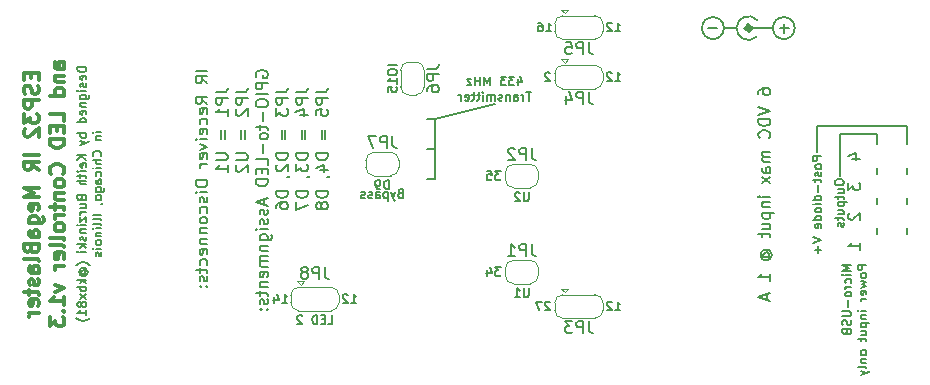
<source format=gbr>
G04 #@! TF.GenerationSoftware,KiCad,Pcbnew,(5.1.9-0-10_14)*
G04 #@! TF.CreationDate,2021-06-13T22:04:25-05:00*
G04 #@! TF.ProjectId,kbxIrBlaster,6b627849-7242-46c6-9173-7465722e6b69,rev?*
G04 #@! TF.SameCoordinates,Original*
G04 #@! TF.FileFunction,Legend,Bot*
G04 #@! TF.FilePolarity,Positive*
%FSLAX46Y46*%
G04 Gerber Fmt 4.6, Leading zero omitted, Abs format (unit mm)*
G04 Created by KiCad (PCBNEW (5.1.9-0-10_14)) date 2021-06-13 22:04:25*
%MOMM*%
%LPD*%
G01*
G04 APERTURE LIST*
%ADD10C,0.150000*%
%ADD11C,0.160000*%
%ADD12C,0.200000*%
%ADD13C,0.300000*%
%ADD14C,0.500000*%
%ADD15C,0.120000*%
G04 APERTURE END LIST*
D10*
X156210000Y-74295000D02*
X161290000Y-73025000D01*
X156210000Y-74295000D02*
X155575000Y-74295000D01*
X156210000Y-76835000D02*
X156210000Y-74295000D01*
X156210000Y-76835000D02*
X155575000Y-76835000D01*
X156210000Y-79375000D02*
X156210000Y-76835000D01*
X155575000Y-79375000D02*
X156210000Y-79375000D01*
D11*
X163272142Y-70951785D02*
X163272142Y-71451785D01*
X163450714Y-70666071D02*
X163629285Y-71201785D01*
X163165000Y-71201785D01*
X162950714Y-70701785D02*
X162486428Y-70701785D01*
X162736428Y-70987500D01*
X162629285Y-70987500D01*
X162557857Y-71023214D01*
X162522142Y-71058928D01*
X162486428Y-71130357D01*
X162486428Y-71308928D01*
X162522142Y-71380357D01*
X162557857Y-71416071D01*
X162629285Y-71451785D01*
X162843571Y-71451785D01*
X162915000Y-71416071D01*
X162950714Y-71380357D01*
X162236428Y-70701785D02*
X161772142Y-70701785D01*
X162022142Y-70987500D01*
X161915000Y-70987500D01*
X161843571Y-71023214D01*
X161807857Y-71058928D01*
X161772142Y-71130357D01*
X161772142Y-71308928D01*
X161807857Y-71380357D01*
X161843571Y-71416071D01*
X161915000Y-71451785D01*
X162129285Y-71451785D01*
X162200714Y-71416071D01*
X162236428Y-71380357D01*
X160879285Y-71451785D02*
X160879285Y-70701785D01*
X160629285Y-71237500D01*
X160379285Y-70701785D01*
X160379285Y-71451785D01*
X160022142Y-71451785D02*
X160022142Y-70701785D01*
X160022142Y-71058928D02*
X159593571Y-71058928D01*
X159593571Y-71451785D02*
X159593571Y-70701785D01*
X159307857Y-70951785D02*
X158915000Y-70951785D01*
X159307857Y-71451785D01*
X158915000Y-71451785D01*
X164379285Y-71986785D02*
X163950714Y-71986785D01*
X164165000Y-72736785D02*
X164165000Y-71986785D01*
X163700714Y-72736785D02*
X163700714Y-72236785D01*
X163700714Y-72379642D02*
X163665000Y-72308214D01*
X163629285Y-72272500D01*
X163557857Y-72236785D01*
X163486428Y-72236785D01*
X162915000Y-72736785D02*
X162915000Y-72343928D01*
X162950714Y-72272500D01*
X163022142Y-72236785D01*
X163165000Y-72236785D01*
X163236428Y-72272500D01*
X162915000Y-72701071D02*
X162986428Y-72736785D01*
X163165000Y-72736785D01*
X163236428Y-72701071D01*
X163272142Y-72629642D01*
X163272142Y-72558214D01*
X163236428Y-72486785D01*
X163165000Y-72451071D01*
X162986428Y-72451071D01*
X162915000Y-72415357D01*
X162557857Y-72236785D02*
X162557857Y-72736785D01*
X162557857Y-72308214D02*
X162522142Y-72272500D01*
X162450714Y-72236785D01*
X162343571Y-72236785D01*
X162272142Y-72272500D01*
X162236428Y-72343928D01*
X162236428Y-72736785D01*
X161915000Y-72701071D02*
X161843571Y-72736785D01*
X161700714Y-72736785D01*
X161629285Y-72701071D01*
X161593571Y-72629642D01*
X161593571Y-72593928D01*
X161629285Y-72522500D01*
X161700714Y-72486785D01*
X161807857Y-72486785D01*
X161879285Y-72451071D01*
X161915000Y-72379642D01*
X161915000Y-72343928D01*
X161879285Y-72272500D01*
X161807857Y-72236785D01*
X161700714Y-72236785D01*
X161629285Y-72272500D01*
X161272142Y-72736785D02*
X161272142Y-72236785D01*
X161272142Y-72308214D02*
X161236428Y-72272500D01*
X161165000Y-72236785D01*
X161057857Y-72236785D01*
X160986428Y-72272500D01*
X160950714Y-72343928D01*
X160950714Y-72736785D01*
X160950714Y-72343928D02*
X160915000Y-72272500D01*
X160843571Y-72236785D01*
X160736428Y-72236785D01*
X160665000Y-72272500D01*
X160629285Y-72343928D01*
X160629285Y-72736785D01*
X160272142Y-72736785D02*
X160272142Y-72236785D01*
X160272142Y-71986785D02*
X160307857Y-72022500D01*
X160272142Y-72058214D01*
X160236428Y-72022500D01*
X160272142Y-71986785D01*
X160272142Y-72058214D01*
X160022142Y-72236785D02*
X159736428Y-72236785D01*
X159915000Y-71986785D02*
X159915000Y-72629642D01*
X159879285Y-72701071D01*
X159807857Y-72736785D01*
X159736428Y-72736785D01*
X159593571Y-72236785D02*
X159307857Y-72236785D01*
X159486428Y-71986785D02*
X159486428Y-72629642D01*
X159450714Y-72701071D01*
X159379285Y-72736785D01*
X159307857Y-72736785D01*
X158772142Y-72701071D02*
X158843571Y-72736785D01*
X158986428Y-72736785D01*
X159057857Y-72701071D01*
X159093571Y-72629642D01*
X159093571Y-72343928D01*
X159057857Y-72272500D01*
X158986428Y-72236785D01*
X158843571Y-72236785D01*
X158772142Y-72272500D01*
X158736428Y-72343928D01*
X158736428Y-72415357D01*
X159093571Y-72486785D01*
X158415000Y-72736785D02*
X158415000Y-72236785D01*
X158415000Y-72379642D02*
X158379285Y-72308214D01*
X158343571Y-72272500D01*
X158272142Y-72236785D01*
X158200714Y-72236785D01*
D10*
X193675000Y-84074000D02*
X193675000Y-83566000D01*
X193675000Y-81534000D02*
X193675000Y-81026000D01*
X193675000Y-78994000D02*
X193675000Y-78486000D01*
X196215000Y-74930000D02*
X196215000Y-76454000D01*
X188595000Y-74930000D02*
X196215000Y-74930000D01*
X188595000Y-77089000D02*
X188595000Y-74930000D01*
X190500000Y-75565000D02*
X190500000Y-79121000D01*
X193675000Y-75565000D02*
X190500000Y-75565000D01*
X193675000Y-76454000D02*
X193675000Y-75565000D01*
X196215000Y-78994000D02*
X196215000Y-78486000D01*
X196215000Y-81534000D02*
X196215000Y-81026000D01*
X196215000Y-84074000D02*
X196215000Y-83566000D01*
D11*
X191466785Y-86642571D02*
X190716785Y-86642571D01*
X191252500Y-86892571D01*
X190716785Y-87142571D01*
X191466785Y-87142571D01*
X191466785Y-87499714D02*
X190966785Y-87499714D01*
X190716785Y-87499714D02*
X190752500Y-87464000D01*
X190788214Y-87499714D01*
X190752500Y-87535428D01*
X190716785Y-87499714D01*
X190788214Y-87499714D01*
X191431071Y-88178285D02*
X191466785Y-88106857D01*
X191466785Y-87964000D01*
X191431071Y-87892571D01*
X191395357Y-87856857D01*
X191323928Y-87821142D01*
X191109642Y-87821142D01*
X191038214Y-87856857D01*
X191002500Y-87892571D01*
X190966785Y-87964000D01*
X190966785Y-88106857D01*
X191002500Y-88178285D01*
X191466785Y-88499714D02*
X190966785Y-88499714D01*
X191109642Y-88499714D02*
X191038214Y-88535428D01*
X191002500Y-88571142D01*
X190966785Y-88642571D01*
X190966785Y-88714000D01*
X191466785Y-89071142D02*
X191431071Y-88999714D01*
X191395357Y-88964000D01*
X191323928Y-88928285D01*
X191109642Y-88928285D01*
X191038214Y-88964000D01*
X191002500Y-88999714D01*
X190966785Y-89071142D01*
X190966785Y-89178285D01*
X191002500Y-89249714D01*
X191038214Y-89285428D01*
X191109642Y-89321142D01*
X191323928Y-89321142D01*
X191395357Y-89285428D01*
X191431071Y-89249714D01*
X191466785Y-89178285D01*
X191466785Y-89071142D01*
X191181071Y-89642571D02*
X191181071Y-90214000D01*
X190716785Y-90571142D02*
X191323928Y-90571142D01*
X191395357Y-90606857D01*
X191431071Y-90642571D01*
X191466785Y-90714000D01*
X191466785Y-90856857D01*
X191431071Y-90928285D01*
X191395357Y-90964000D01*
X191323928Y-90999714D01*
X190716785Y-90999714D01*
X191431071Y-91321142D02*
X191466785Y-91428285D01*
X191466785Y-91606857D01*
X191431071Y-91678285D01*
X191395357Y-91714000D01*
X191323928Y-91749714D01*
X191252500Y-91749714D01*
X191181071Y-91714000D01*
X191145357Y-91678285D01*
X191109642Y-91606857D01*
X191073928Y-91464000D01*
X191038214Y-91392571D01*
X191002500Y-91356857D01*
X190931071Y-91321142D01*
X190859642Y-91321142D01*
X190788214Y-91356857D01*
X190752500Y-91392571D01*
X190716785Y-91464000D01*
X190716785Y-91642571D01*
X190752500Y-91749714D01*
X191073928Y-92321142D02*
X191109642Y-92428285D01*
X191145357Y-92464000D01*
X191216785Y-92499714D01*
X191323928Y-92499714D01*
X191395357Y-92464000D01*
X191431071Y-92428285D01*
X191466785Y-92356857D01*
X191466785Y-92071142D01*
X190716785Y-92071142D01*
X190716785Y-92321142D01*
X190752500Y-92392571D01*
X190788214Y-92428285D01*
X190859642Y-92464000D01*
X190931071Y-92464000D01*
X191002500Y-92428285D01*
X191038214Y-92392571D01*
X191073928Y-92321142D01*
X191073928Y-92071142D01*
X192751785Y-86642571D02*
X192001785Y-86642571D01*
X192001785Y-86928285D01*
X192037500Y-86999714D01*
X192073214Y-87035428D01*
X192144642Y-87071142D01*
X192251785Y-87071142D01*
X192323214Y-87035428D01*
X192358928Y-86999714D01*
X192394642Y-86928285D01*
X192394642Y-86642571D01*
X192751785Y-87499714D02*
X192716071Y-87428285D01*
X192680357Y-87392571D01*
X192608928Y-87356857D01*
X192394642Y-87356857D01*
X192323214Y-87392571D01*
X192287500Y-87428285D01*
X192251785Y-87499714D01*
X192251785Y-87606857D01*
X192287500Y-87678285D01*
X192323214Y-87714000D01*
X192394642Y-87749714D01*
X192608928Y-87749714D01*
X192680357Y-87714000D01*
X192716071Y-87678285D01*
X192751785Y-87606857D01*
X192751785Y-87499714D01*
X192251785Y-87999714D02*
X192751785Y-88142571D01*
X192394642Y-88285428D01*
X192751785Y-88428285D01*
X192251785Y-88571142D01*
X192716071Y-89142571D02*
X192751785Y-89071142D01*
X192751785Y-88928285D01*
X192716071Y-88856857D01*
X192644642Y-88821142D01*
X192358928Y-88821142D01*
X192287500Y-88856857D01*
X192251785Y-88928285D01*
X192251785Y-89071142D01*
X192287500Y-89142571D01*
X192358928Y-89178285D01*
X192430357Y-89178285D01*
X192501785Y-88821142D01*
X192751785Y-89499714D02*
X192251785Y-89499714D01*
X192394642Y-89499714D02*
X192323214Y-89535428D01*
X192287500Y-89571142D01*
X192251785Y-89642571D01*
X192251785Y-89714000D01*
X192751785Y-90535428D02*
X192251785Y-90535428D01*
X192001785Y-90535428D02*
X192037500Y-90499714D01*
X192073214Y-90535428D01*
X192037500Y-90571142D01*
X192001785Y-90535428D01*
X192073214Y-90535428D01*
X192251785Y-90892571D02*
X192751785Y-90892571D01*
X192323214Y-90892571D02*
X192287500Y-90928285D01*
X192251785Y-90999714D01*
X192251785Y-91106857D01*
X192287500Y-91178285D01*
X192358928Y-91214000D01*
X192751785Y-91214000D01*
X192251785Y-91571142D02*
X193001785Y-91571142D01*
X192287500Y-91571142D02*
X192251785Y-91642571D01*
X192251785Y-91785428D01*
X192287500Y-91856857D01*
X192323214Y-91892571D01*
X192394642Y-91928285D01*
X192608928Y-91928285D01*
X192680357Y-91892571D01*
X192716071Y-91856857D01*
X192751785Y-91785428D01*
X192751785Y-91642571D01*
X192716071Y-91571142D01*
X192251785Y-92571142D02*
X192751785Y-92571142D01*
X192251785Y-92249714D02*
X192644642Y-92249714D01*
X192716071Y-92285428D01*
X192751785Y-92356857D01*
X192751785Y-92464000D01*
X192716071Y-92535428D01*
X192680357Y-92571142D01*
X192251785Y-92821142D02*
X192251785Y-93106857D01*
X192001785Y-92928285D02*
X192644642Y-92928285D01*
X192716071Y-92964000D01*
X192751785Y-93035428D01*
X192751785Y-93106857D01*
X192751785Y-94035428D02*
X192716071Y-93964000D01*
X192680357Y-93928285D01*
X192608928Y-93892571D01*
X192394642Y-93892571D01*
X192323214Y-93928285D01*
X192287500Y-93964000D01*
X192251785Y-94035428D01*
X192251785Y-94142571D01*
X192287500Y-94214000D01*
X192323214Y-94249714D01*
X192394642Y-94285428D01*
X192608928Y-94285428D01*
X192680357Y-94249714D01*
X192716071Y-94214000D01*
X192751785Y-94142571D01*
X192751785Y-94035428D01*
X192251785Y-94606857D02*
X192751785Y-94606857D01*
X192323214Y-94606857D02*
X192287500Y-94642571D01*
X192251785Y-94714000D01*
X192251785Y-94821142D01*
X192287500Y-94892571D01*
X192358928Y-94928285D01*
X192751785Y-94928285D01*
X192751785Y-95392571D02*
X192716071Y-95321142D01*
X192644642Y-95285428D01*
X192001785Y-95285428D01*
X192251785Y-95606857D02*
X192751785Y-95785428D01*
X192251785Y-95964000D02*
X192751785Y-95785428D01*
X192930357Y-95714000D01*
X192966071Y-95678285D01*
X193001785Y-95606857D01*
D12*
X136957380Y-70218095D02*
X135957380Y-70218095D01*
X136957380Y-71265714D02*
X136481190Y-70932380D01*
X136957380Y-70694285D02*
X135957380Y-70694285D01*
X135957380Y-71075238D01*
X136005000Y-71170476D01*
X136052619Y-71218095D01*
X136147857Y-71265714D01*
X136290714Y-71265714D01*
X136385952Y-71218095D01*
X136433571Y-71170476D01*
X136481190Y-71075238D01*
X136481190Y-70694285D01*
X136957380Y-73027619D02*
X136481190Y-72694285D01*
X136957380Y-72456190D02*
X135957380Y-72456190D01*
X135957380Y-72837142D01*
X136005000Y-72932380D01*
X136052619Y-72980000D01*
X136147857Y-73027619D01*
X136290714Y-73027619D01*
X136385952Y-72980000D01*
X136433571Y-72932380D01*
X136481190Y-72837142D01*
X136481190Y-72456190D01*
X136909761Y-73837142D02*
X136957380Y-73741904D01*
X136957380Y-73551428D01*
X136909761Y-73456190D01*
X136814523Y-73408571D01*
X136433571Y-73408571D01*
X136338333Y-73456190D01*
X136290714Y-73551428D01*
X136290714Y-73741904D01*
X136338333Y-73837142D01*
X136433571Y-73884761D01*
X136528809Y-73884761D01*
X136624047Y-73408571D01*
X136909761Y-74741904D02*
X136957380Y-74646666D01*
X136957380Y-74456190D01*
X136909761Y-74360952D01*
X136862142Y-74313333D01*
X136766904Y-74265714D01*
X136481190Y-74265714D01*
X136385952Y-74313333D01*
X136338333Y-74360952D01*
X136290714Y-74456190D01*
X136290714Y-74646666D01*
X136338333Y-74741904D01*
X136909761Y-75551428D02*
X136957380Y-75456190D01*
X136957380Y-75265714D01*
X136909761Y-75170476D01*
X136814523Y-75122857D01*
X136433571Y-75122857D01*
X136338333Y-75170476D01*
X136290714Y-75265714D01*
X136290714Y-75456190D01*
X136338333Y-75551428D01*
X136433571Y-75599047D01*
X136528809Y-75599047D01*
X136624047Y-75122857D01*
X136957380Y-76027619D02*
X136290714Y-76027619D01*
X135957380Y-76027619D02*
X136005000Y-75980000D01*
X136052619Y-76027619D01*
X136005000Y-76075238D01*
X135957380Y-76027619D01*
X136052619Y-76027619D01*
X136290714Y-76408571D02*
X136957380Y-76646666D01*
X136290714Y-76884761D01*
X136909761Y-77646666D02*
X136957380Y-77551428D01*
X136957380Y-77360952D01*
X136909761Y-77265714D01*
X136814523Y-77218095D01*
X136433571Y-77218095D01*
X136338333Y-77265714D01*
X136290714Y-77360952D01*
X136290714Y-77551428D01*
X136338333Y-77646666D01*
X136433571Y-77694285D01*
X136528809Y-77694285D01*
X136624047Y-77218095D01*
X136957380Y-78122857D02*
X136290714Y-78122857D01*
X136481190Y-78122857D02*
X136385952Y-78170476D01*
X136338333Y-78218095D01*
X136290714Y-78313333D01*
X136290714Y-78408571D01*
X136957380Y-79503809D02*
X135957380Y-79503809D01*
X135957380Y-79741904D01*
X136005000Y-79884761D01*
X136100238Y-79980000D01*
X136195476Y-80027619D01*
X136385952Y-80075238D01*
X136528809Y-80075238D01*
X136719285Y-80027619D01*
X136814523Y-79980000D01*
X136909761Y-79884761D01*
X136957380Y-79741904D01*
X136957380Y-79503809D01*
X136957380Y-80503809D02*
X136290714Y-80503809D01*
X135957380Y-80503809D02*
X136005000Y-80456190D01*
X136052619Y-80503809D01*
X136005000Y-80551428D01*
X135957380Y-80503809D01*
X136052619Y-80503809D01*
X136909761Y-80932380D02*
X136957380Y-81027619D01*
X136957380Y-81218095D01*
X136909761Y-81313333D01*
X136814523Y-81360952D01*
X136766904Y-81360952D01*
X136671666Y-81313333D01*
X136624047Y-81218095D01*
X136624047Y-81075238D01*
X136576428Y-80980000D01*
X136481190Y-80932380D01*
X136433571Y-80932380D01*
X136338333Y-80980000D01*
X136290714Y-81075238D01*
X136290714Y-81218095D01*
X136338333Y-81313333D01*
X136909761Y-82218095D02*
X136957380Y-82122857D01*
X136957380Y-81932380D01*
X136909761Y-81837142D01*
X136862142Y-81789523D01*
X136766904Y-81741904D01*
X136481190Y-81741904D01*
X136385952Y-81789523D01*
X136338333Y-81837142D01*
X136290714Y-81932380D01*
X136290714Y-82122857D01*
X136338333Y-82218095D01*
X136957380Y-82789523D02*
X136909761Y-82694285D01*
X136862142Y-82646666D01*
X136766904Y-82599047D01*
X136481190Y-82599047D01*
X136385952Y-82646666D01*
X136338333Y-82694285D01*
X136290714Y-82789523D01*
X136290714Y-82932380D01*
X136338333Y-83027619D01*
X136385952Y-83075238D01*
X136481190Y-83122857D01*
X136766904Y-83122857D01*
X136862142Y-83075238D01*
X136909761Y-83027619D01*
X136957380Y-82932380D01*
X136957380Y-82789523D01*
X136290714Y-83551428D02*
X136957380Y-83551428D01*
X136385952Y-83551428D02*
X136338333Y-83599047D01*
X136290714Y-83694285D01*
X136290714Y-83837142D01*
X136338333Y-83932380D01*
X136433571Y-83980000D01*
X136957380Y-83980000D01*
X136290714Y-84456190D02*
X136957380Y-84456190D01*
X136385952Y-84456190D02*
X136338333Y-84503809D01*
X136290714Y-84599047D01*
X136290714Y-84741904D01*
X136338333Y-84837142D01*
X136433571Y-84884761D01*
X136957380Y-84884761D01*
X136909761Y-85741904D02*
X136957380Y-85646666D01*
X136957380Y-85456190D01*
X136909761Y-85360952D01*
X136814523Y-85313333D01*
X136433571Y-85313333D01*
X136338333Y-85360952D01*
X136290714Y-85456190D01*
X136290714Y-85646666D01*
X136338333Y-85741904D01*
X136433571Y-85789523D01*
X136528809Y-85789523D01*
X136624047Y-85313333D01*
X136909761Y-86646666D02*
X136957380Y-86551428D01*
X136957380Y-86360952D01*
X136909761Y-86265714D01*
X136862142Y-86218095D01*
X136766904Y-86170476D01*
X136481190Y-86170476D01*
X136385952Y-86218095D01*
X136338333Y-86265714D01*
X136290714Y-86360952D01*
X136290714Y-86551428D01*
X136338333Y-86646666D01*
X136290714Y-86932380D02*
X136290714Y-87313333D01*
X135957380Y-87075238D02*
X136814523Y-87075238D01*
X136909761Y-87122857D01*
X136957380Y-87218095D01*
X136957380Y-87313333D01*
X136909761Y-87599047D02*
X136957380Y-87694285D01*
X136957380Y-87884761D01*
X136909761Y-87980000D01*
X136814523Y-88027619D01*
X136766904Y-88027619D01*
X136671666Y-87980000D01*
X136624047Y-87884761D01*
X136624047Y-87741904D01*
X136576428Y-87646666D01*
X136481190Y-87599047D01*
X136433571Y-87599047D01*
X136338333Y-87646666D01*
X136290714Y-87741904D01*
X136290714Y-87884761D01*
X136338333Y-87980000D01*
X136862142Y-88456190D02*
X136909761Y-88503809D01*
X136957380Y-88456190D01*
X136909761Y-88408571D01*
X136862142Y-88456190D01*
X136957380Y-88456190D01*
X136338333Y-88456190D02*
X136385952Y-88503809D01*
X136433571Y-88456190D01*
X136385952Y-88408571D01*
X136338333Y-88456190D01*
X136433571Y-88456190D01*
X137657380Y-72027619D02*
X138371666Y-72027619D01*
X138514523Y-71980000D01*
X138609761Y-71884761D01*
X138657380Y-71741904D01*
X138657380Y-71646666D01*
X138657380Y-72503809D02*
X137657380Y-72503809D01*
X137657380Y-72884761D01*
X137705000Y-72980000D01*
X137752619Y-73027619D01*
X137847857Y-73075238D01*
X137990714Y-73075238D01*
X138085952Y-73027619D01*
X138133571Y-72980000D01*
X138181190Y-72884761D01*
X138181190Y-72503809D01*
X138657380Y-74027619D02*
X138657380Y-73456190D01*
X138657380Y-73741904D02*
X137657380Y-73741904D01*
X137800238Y-73646666D01*
X137895476Y-73551428D01*
X137943095Y-73456190D01*
X138133571Y-75218095D02*
X138133571Y-75980000D01*
X138419285Y-75980000D02*
X138419285Y-75218095D01*
X137657380Y-77218095D02*
X138466904Y-77218095D01*
X138562142Y-77265714D01*
X138609761Y-77313333D01*
X138657380Y-77408571D01*
X138657380Y-77599047D01*
X138609761Y-77694285D01*
X138562142Y-77741904D01*
X138466904Y-77789523D01*
X137657380Y-77789523D01*
X138657380Y-78789523D02*
X138657380Y-78218095D01*
X138657380Y-78503809D02*
X137657380Y-78503809D01*
X137800238Y-78408571D01*
X137895476Y-78313333D01*
X137943095Y-78218095D01*
X139357380Y-72027619D02*
X140071666Y-72027619D01*
X140214523Y-71980000D01*
X140309761Y-71884761D01*
X140357380Y-71741904D01*
X140357380Y-71646666D01*
X140357380Y-72503809D02*
X139357380Y-72503809D01*
X139357380Y-72884761D01*
X139405000Y-72980000D01*
X139452619Y-73027619D01*
X139547857Y-73075238D01*
X139690714Y-73075238D01*
X139785952Y-73027619D01*
X139833571Y-72980000D01*
X139881190Y-72884761D01*
X139881190Y-72503809D01*
X139452619Y-73456190D02*
X139405000Y-73503809D01*
X139357380Y-73599047D01*
X139357380Y-73837142D01*
X139405000Y-73932380D01*
X139452619Y-73980000D01*
X139547857Y-74027619D01*
X139643095Y-74027619D01*
X139785952Y-73980000D01*
X140357380Y-73408571D01*
X140357380Y-74027619D01*
X139833571Y-75218095D02*
X139833571Y-75980000D01*
X140119285Y-75980000D02*
X140119285Y-75218095D01*
X139357380Y-77218095D02*
X140166904Y-77218095D01*
X140262142Y-77265714D01*
X140309761Y-77313333D01*
X140357380Y-77408571D01*
X140357380Y-77599047D01*
X140309761Y-77694285D01*
X140262142Y-77741904D01*
X140166904Y-77789523D01*
X139357380Y-77789523D01*
X139452619Y-78218095D02*
X139405000Y-78265714D01*
X139357380Y-78360952D01*
X139357380Y-78599047D01*
X139405000Y-78694285D01*
X139452619Y-78741904D01*
X139547857Y-78789523D01*
X139643095Y-78789523D01*
X139785952Y-78741904D01*
X140357380Y-78170476D01*
X140357380Y-78789523D01*
X141105000Y-70741904D02*
X141057380Y-70646666D01*
X141057380Y-70503809D01*
X141105000Y-70360952D01*
X141200238Y-70265714D01*
X141295476Y-70218095D01*
X141485952Y-70170476D01*
X141628809Y-70170476D01*
X141819285Y-70218095D01*
X141914523Y-70265714D01*
X142009761Y-70360952D01*
X142057380Y-70503809D01*
X142057380Y-70599047D01*
X142009761Y-70741904D01*
X141962142Y-70789523D01*
X141628809Y-70789523D01*
X141628809Y-70599047D01*
X142057380Y-71218095D02*
X141057380Y-71218095D01*
X141057380Y-71599047D01*
X141105000Y-71694285D01*
X141152619Y-71741904D01*
X141247857Y-71789523D01*
X141390714Y-71789523D01*
X141485952Y-71741904D01*
X141533571Y-71694285D01*
X141581190Y-71599047D01*
X141581190Y-71218095D01*
X142057380Y-72218095D02*
X141057380Y-72218095D01*
X141057380Y-72884761D02*
X141057380Y-73075238D01*
X141105000Y-73170476D01*
X141200238Y-73265714D01*
X141390714Y-73313333D01*
X141724047Y-73313333D01*
X141914523Y-73265714D01*
X142009761Y-73170476D01*
X142057380Y-73075238D01*
X142057380Y-72884761D01*
X142009761Y-72789523D01*
X141914523Y-72694285D01*
X141724047Y-72646666D01*
X141390714Y-72646666D01*
X141200238Y-72694285D01*
X141105000Y-72789523D01*
X141057380Y-72884761D01*
X141676428Y-73741904D02*
X141676428Y-74503809D01*
X141390714Y-74837142D02*
X141390714Y-75218095D01*
X141057380Y-74980000D02*
X141914523Y-74980000D01*
X142009761Y-75027619D01*
X142057380Y-75122857D01*
X142057380Y-75218095D01*
X142057380Y-75694285D02*
X142009761Y-75599047D01*
X141962142Y-75551428D01*
X141866904Y-75503809D01*
X141581190Y-75503809D01*
X141485952Y-75551428D01*
X141438333Y-75599047D01*
X141390714Y-75694285D01*
X141390714Y-75837142D01*
X141438333Y-75932380D01*
X141485952Y-75980000D01*
X141581190Y-76027619D01*
X141866904Y-76027619D01*
X141962142Y-75980000D01*
X142009761Y-75932380D01*
X142057380Y-75837142D01*
X142057380Y-75694285D01*
X141676428Y-76456190D02*
X141676428Y-77218095D01*
X142057380Y-78170476D02*
X142057380Y-77694285D01*
X141057380Y-77694285D01*
X141533571Y-78503809D02*
X141533571Y-78837142D01*
X142057380Y-78980000D02*
X142057380Y-78503809D01*
X141057380Y-78503809D01*
X141057380Y-78980000D01*
X142057380Y-79408571D02*
X141057380Y-79408571D01*
X141057380Y-79646666D01*
X141105000Y-79789523D01*
X141200238Y-79884761D01*
X141295476Y-79932380D01*
X141485952Y-79980000D01*
X141628809Y-79980000D01*
X141819285Y-79932380D01*
X141914523Y-79884761D01*
X142009761Y-79789523D01*
X142057380Y-79646666D01*
X142057380Y-79408571D01*
X141771666Y-81122857D02*
X141771666Y-81599047D01*
X142057380Y-81027619D02*
X141057380Y-81360952D01*
X142057380Y-81694285D01*
X142009761Y-81980000D02*
X142057380Y-82075238D01*
X142057380Y-82265714D01*
X142009761Y-82360952D01*
X141914523Y-82408571D01*
X141866904Y-82408571D01*
X141771666Y-82360952D01*
X141724047Y-82265714D01*
X141724047Y-82122857D01*
X141676428Y-82027619D01*
X141581190Y-81980000D01*
X141533571Y-81980000D01*
X141438333Y-82027619D01*
X141390714Y-82122857D01*
X141390714Y-82265714D01*
X141438333Y-82360952D01*
X142009761Y-82789523D02*
X142057380Y-82884761D01*
X142057380Y-83075238D01*
X142009761Y-83170476D01*
X141914523Y-83218095D01*
X141866904Y-83218095D01*
X141771666Y-83170476D01*
X141724047Y-83075238D01*
X141724047Y-82932380D01*
X141676428Y-82837142D01*
X141581190Y-82789523D01*
X141533571Y-82789523D01*
X141438333Y-82837142D01*
X141390714Y-82932380D01*
X141390714Y-83075238D01*
X141438333Y-83170476D01*
X142057380Y-83646666D02*
X141390714Y-83646666D01*
X141057380Y-83646666D02*
X141105000Y-83599047D01*
X141152619Y-83646666D01*
X141105000Y-83694285D01*
X141057380Y-83646666D01*
X141152619Y-83646666D01*
X141390714Y-84551428D02*
X142200238Y-84551428D01*
X142295476Y-84503809D01*
X142343095Y-84456190D01*
X142390714Y-84360952D01*
X142390714Y-84218095D01*
X142343095Y-84122857D01*
X142009761Y-84551428D02*
X142057380Y-84456190D01*
X142057380Y-84265714D01*
X142009761Y-84170476D01*
X141962142Y-84122857D01*
X141866904Y-84075238D01*
X141581190Y-84075238D01*
X141485952Y-84122857D01*
X141438333Y-84170476D01*
X141390714Y-84265714D01*
X141390714Y-84456190D01*
X141438333Y-84551428D01*
X141390714Y-85027619D02*
X142057380Y-85027619D01*
X141485952Y-85027619D02*
X141438333Y-85075238D01*
X141390714Y-85170476D01*
X141390714Y-85313333D01*
X141438333Y-85408571D01*
X141533571Y-85456190D01*
X142057380Y-85456190D01*
X142057380Y-85932380D02*
X141390714Y-85932380D01*
X141485952Y-85932380D02*
X141438333Y-85980000D01*
X141390714Y-86075238D01*
X141390714Y-86218095D01*
X141438333Y-86313333D01*
X141533571Y-86360952D01*
X142057380Y-86360952D01*
X141533571Y-86360952D02*
X141438333Y-86408571D01*
X141390714Y-86503809D01*
X141390714Y-86646666D01*
X141438333Y-86741904D01*
X141533571Y-86789523D01*
X142057380Y-86789523D01*
X142009761Y-87646666D02*
X142057380Y-87551428D01*
X142057380Y-87360952D01*
X142009761Y-87265714D01*
X141914523Y-87218095D01*
X141533571Y-87218095D01*
X141438333Y-87265714D01*
X141390714Y-87360952D01*
X141390714Y-87551428D01*
X141438333Y-87646666D01*
X141533571Y-87694285D01*
X141628809Y-87694285D01*
X141724047Y-87218095D01*
X141390714Y-88122857D02*
X142057380Y-88122857D01*
X141485952Y-88122857D02*
X141438333Y-88170476D01*
X141390714Y-88265714D01*
X141390714Y-88408571D01*
X141438333Y-88503809D01*
X141533571Y-88551428D01*
X142057380Y-88551428D01*
X141390714Y-88884761D02*
X141390714Y-89265714D01*
X141057380Y-89027619D02*
X141914523Y-89027619D01*
X142009761Y-89075238D01*
X142057380Y-89170476D01*
X142057380Y-89265714D01*
X142009761Y-89551428D02*
X142057380Y-89646666D01*
X142057380Y-89837142D01*
X142009761Y-89932380D01*
X141914523Y-89980000D01*
X141866904Y-89980000D01*
X141771666Y-89932380D01*
X141724047Y-89837142D01*
X141724047Y-89694285D01*
X141676428Y-89599047D01*
X141581190Y-89551428D01*
X141533571Y-89551428D01*
X141438333Y-89599047D01*
X141390714Y-89694285D01*
X141390714Y-89837142D01*
X141438333Y-89932380D01*
X141962142Y-90408571D02*
X142009761Y-90456190D01*
X142057380Y-90408571D01*
X142009761Y-90360952D01*
X141962142Y-90408571D01*
X142057380Y-90408571D01*
X141438333Y-90408571D02*
X141485952Y-90456190D01*
X141533571Y-90408571D01*
X141485952Y-90360952D01*
X141438333Y-90408571D01*
X141533571Y-90408571D01*
X142757380Y-72027619D02*
X143471666Y-72027619D01*
X143614523Y-71980000D01*
X143709761Y-71884761D01*
X143757380Y-71741904D01*
X143757380Y-71646666D01*
X143757380Y-72503809D02*
X142757380Y-72503809D01*
X142757380Y-72884761D01*
X142805000Y-72980000D01*
X142852619Y-73027619D01*
X142947857Y-73075238D01*
X143090714Y-73075238D01*
X143185952Y-73027619D01*
X143233571Y-72980000D01*
X143281190Y-72884761D01*
X143281190Y-72503809D01*
X142757380Y-73408571D02*
X142757380Y-74027619D01*
X143138333Y-73694285D01*
X143138333Y-73837142D01*
X143185952Y-73932380D01*
X143233571Y-73980000D01*
X143328809Y-74027619D01*
X143566904Y-74027619D01*
X143662142Y-73980000D01*
X143709761Y-73932380D01*
X143757380Y-73837142D01*
X143757380Y-73551428D01*
X143709761Y-73456190D01*
X143662142Y-73408571D01*
X143233571Y-75218095D02*
X143233571Y-75980000D01*
X143519285Y-75980000D02*
X143519285Y-75218095D01*
X143757380Y-77218095D02*
X142757380Y-77218095D01*
X142757380Y-77456190D01*
X142805000Y-77599047D01*
X142900238Y-77694285D01*
X142995476Y-77741904D01*
X143185952Y-77789523D01*
X143328809Y-77789523D01*
X143519285Y-77741904D01*
X143614523Y-77694285D01*
X143709761Y-77599047D01*
X143757380Y-77456190D01*
X143757380Y-77218095D01*
X142852619Y-78170476D02*
X142805000Y-78218095D01*
X142757380Y-78313333D01*
X142757380Y-78551428D01*
X142805000Y-78646666D01*
X142852619Y-78694285D01*
X142947857Y-78741904D01*
X143043095Y-78741904D01*
X143185952Y-78694285D01*
X143757380Y-78122857D01*
X143757380Y-78741904D01*
X143709761Y-79218095D02*
X143757380Y-79218095D01*
X143852619Y-79170476D01*
X143900238Y-79122857D01*
X143757380Y-80408571D02*
X142757380Y-80408571D01*
X142757380Y-80646666D01*
X142805000Y-80789523D01*
X142900238Y-80884761D01*
X142995476Y-80932380D01*
X143185952Y-80979999D01*
X143328809Y-80979999D01*
X143519285Y-80932380D01*
X143614523Y-80884761D01*
X143709761Y-80789523D01*
X143757380Y-80646666D01*
X143757380Y-80408571D01*
X142757380Y-81837142D02*
X142757380Y-81646666D01*
X142805000Y-81551428D01*
X142852619Y-81503809D01*
X142995476Y-81408571D01*
X143185952Y-81360952D01*
X143566904Y-81360952D01*
X143662142Y-81408571D01*
X143709761Y-81456190D01*
X143757380Y-81551428D01*
X143757380Y-81741904D01*
X143709761Y-81837142D01*
X143662142Y-81884761D01*
X143566904Y-81932380D01*
X143328809Y-81932380D01*
X143233571Y-81884761D01*
X143185952Y-81837142D01*
X143138333Y-81741904D01*
X143138333Y-81551428D01*
X143185952Y-81456190D01*
X143233571Y-81408571D01*
X143328809Y-81360952D01*
X144457380Y-72027619D02*
X145171666Y-72027619D01*
X145314523Y-71980000D01*
X145409761Y-71884761D01*
X145457380Y-71741904D01*
X145457380Y-71646666D01*
X145457380Y-72503809D02*
X144457380Y-72503809D01*
X144457380Y-72884761D01*
X144505000Y-72980000D01*
X144552619Y-73027619D01*
X144647857Y-73075238D01*
X144790714Y-73075238D01*
X144885952Y-73027619D01*
X144933571Y-72980000D01*
X144981190Y-72884761D01*
X144981190Y-72503809D01*
X144790714Y-73932380D02*
X145457380Y-73932380D01*
X144409761Y-73694285D02*
X145124047Y-73456190D01*
X145124047Y-74075238D01*
X144933571Y-75218095D02*
X144933571Y-75980000D01*
X145219285Y-75980000D02*
X145219285Y-75218095D01*
X145457380Y-77218095D02*
X144457380Y-77218095D01*
X144457380Y-77456190D01*
X144505000Y-77599047D01*
X144600238Y-77694285D01*
X144695476Y-77741904D01*
X144885952Y-77789523D01*
X145028809Y-77789523D01*
X145219285Y-77741904D01*
X145314523Y-77694285D01*
X145409761Y-77599047D01*
X145457380Y-77456190D01*
X145457380Y-77218095D01*
X144457380Y-78122857D02*
X144457380Y-78741904D01*
X144838333Y-78408571D01*
X144838333Y-78551428D01*
X144885952Y-78646666D01*
X144933571Y-78694285D01*
X145028809Y-78741904D01*
X145266904Y-78741904D01*
X145362142Y-78694285D01*
X145409761Y-78646666D01*
X145457380Y-78551428D01*
X145457380Y-78265714D01*
X145409761Y-78170476D01*
X145362142Y-78122857D01*
X145409761Y-79218095D02*
X145457380Y-79218095D01*
X145552619Y-79170476D01*
X145600238Y-79122857D01*
X145457380Y-80408571D02*
X144457380Y-80408571D01*
X144457380Y-80646666D01*
X144505000Y-80789523D01*
X144600238Y-80884761D01*
X144695476Y-80932380D01*
X144885952Y-80979999D01*
X145028809Y-80979999D01*
X145219285Y-80932380D01*
X145314523Y-80884761D01*
X145409761Y-80789523D01*
X145457380Y-80646666D01*
X145457380Y-80408571D01*
X144457380Y-81313333D02*
X144457380Y-81979999D01*
X145457380Y-81551428D01*
X146157380Y-72027619D02*
X146871666Y-72027619D01*
X147014523Y-71980000D01*
X147109761Y-71884761D01*
X147157380Y-71741904D01*
X147157380Y-71646666D01*
X147157380Y-72503809D02*
X146157380Y-72503809D01*
X146157380Y-72884761D01*
X146205000Y-72980000D01*
X146252619Y-73027619D01*
X146347857Y-73075238D01*
X146490714Y-73075238D01*
X146585952Y-73027619D01*
X146633571Y-72980000D01*
X146681190Y-72884761D01*
X146681190Y-72503809D01*
X146157380Y-73980000D02*
X146157380Y-73503809D01*
X146633571Y-73456190D01*
X146585952Y-73503809D01*
X146538333Y-73599047D01*
X146538333Y-73837142D01*
X146585952Y-73932380D01*
X146633571Y-73980000D01*
X146728809Y-74027619D01*
X146966904Y-74027619D01*
X147062142Y-73980000D01*
X147109761Y-73932380D01*
X147157380Y-73837142D01*
X147157380Y-73599047D01*
X147109761Y-73503809D01*
X147062142Y-73456190D01*
X146633571Y-75218095D02*
X146633571Y-75980000D01*
X146919285Y-75980000D02*
X146919285Y-75218095D01*
X147157380Y-77218095D02*
X146157380Y-77218095D01*
X146157380Y-77456190D01*
X146205000Y-77599047D01*
X146300238Y-77694285D01*
X146395476Y-77741904D01*
X146585952Y-77789523D01*
X146728809Y-77789523D01*
X146919285Y-77741904D01*
X147014523Y-77694285D01*
X147109761Y-77599047D01*
X147157380Y-77456190D01*
X147157380Y-77218095D01*
X146490714Y-78646666D02*
X147157380Y-78646666D01*
X146109761Y-78408571D02*
X146824047Y-78170476D01*
X146824047Y-78789523D01*
X147109761Y-79218095D02*
X147157380Y-79218095D01*
X147252619Y-79170476D01*
X147300238Y-79122857D01*
X147157380Y-80408571D02*
X146157380Y-80408571D01*
X146157380Y-80646666D01*
X146205000Y-80789523D01*
X146300238Y-80884761D01*
X146395476Y-80932380D01*
X146585952Y-80980000D01*
X146728809Y-80980000D01*
X146919285Y-80932380D01*
X147014523Y-80884761D01*
X147109761Y-80789523D01*
X147157380Y-80646666D01*
X147157380Y-80408571D01*
X146585952Y-81551428D02*
X146538333Y-81456190D01*
X146490714Y-81408571D01*
X146395476Y-81360952D01*
X146347857Y-81360952D01*
X146252619Y-81408571D01*
X146205000Y-81456190D01*
X146157380Y-81551428D01*
X146157380Y-81741904D01*
X146205000Y-81837142D01*
X146252619Y-81884761D01*
X146347857Y-81932380D01*
X146395476Y-81932380D01*
X146490714Y-81884761D01*
X146538333Y-81837142D01*
X146585952Y-81741904D01*
X146585952Y-81551428D01*
X146633571Y-81456190D01*
X146681190Y-81408571D01*
X146776428Y-81360952D01*
X146966904Y-81360952D01*
X147062142Y-81408571D01*
X147109761Y-81456190D01*
X147157380Y-81551428D01*
X147157380Y-81741904D01*
X147109761Y-81837142D01*
X147062142Y-81884761D01*
X146966904Y-81932380D01*
X146776428Y-81932380D01*
X146681190Y-81884761D01*
X146633571Y-81837142D01*
X146585952Y-81741904D01*
D11*
X126696785Y-69912857D02*
X125946785Y-69912857D01*
X125946785Y-70091428D01*
X125982500Y-70198571D01*
X126053928Y-70270000D01*
X126125357Y-70305714D01*
X126268214Y-70341428D01*
X126375357Y-70341428D01*
X126518214Y-70305714D01*
X126589642Y-70270000D01*
X126661071Y-70198571D01*
X126696785Y-70091428D01*
X126696785Y-69912857D01*
X126661071Y-70948571D02*
X126696785Y-70877142D01*
X126696785Y-70734285D01*
X126661071Y-70662857D01*
X126589642Y-70627142D01*
X126303928Y-70627142D01*
X126232500Y-70662857D01*
X126196785Y-70734285D01*
X126196785Y-70877142D01*
X126232500Y-70948571D01*
X126303928Y-70984285D01*
X126375357Y-70984285D01*
X126446785Y-70627142D01*
X126661071Y-71270000D02*
X126696785Y-71341428D01*
X126696785Y-71484285D01*
X126661071Y-71555714D01*
X126589642Y-71591428D01*
X126553928Y-71591428D01*
X126482500Y-71555714D01*
X126446785Y-71484285D01*
X126446785Y-71377142D01*
X126411071Y-71305714D01*
X126339642Y-71270000D01*
X126303928Y-71270000D01*
X126232500Y-71305714D01*
X126196785Y-71377142D01*
X126196785Y-71484285D01*
X126232500Y-71555714D01*
X126696785Y-71912857D02*
X126196785Y-71912857D01*
X125946785Y-71912857D02*
X125982500Y-71877142D01*
X126018214Y-71912857D01*
X125982500Y-71948571D01*
X125946785Y-71912857D01*
X126018214Y-71912857D01*
X126196785Y-72591428D02*
X126803928Y-72591428D01*
X126875357Y-72555714D01*
X126911071Y-72520000D01*
X126946785Y-72448571D01*
X126946785Y-72341428D01*
X126911071Y-72270000D01*
X126661071Y-72591428D02*
X126696785Y-72520000D01*
X126696785Y-72377142D01*
X126661071Y-72305714D01*
X126625357Y-72270000D01*
X126553928Y-72234285D01*
X126339642Y-72234285D01*
X126268214Y-72270000D01*
X126232500Y-72305714D01*
X126196785Y-72377142D01*
X126196785Y-72520000D01*
X126232500Y-72591428D01*
X126196785Y-72948571D02*
X126696785Y-72948571D01*
X126268214Y-72948571D02*
X126232500Y-72984285D01*
X126196785Y-73055714D01*
X126196785Y-73162857D01*
X126232500Y-73234285D01*
X126303928Y-73270000D01*
X126696785Y-73270000D01*
X126661071Y-73912857D02*
X126696785Y-73841428D01*
X126696785Y-73698571D01*
X126661071Y-73627142D01*
X126589642Y-73591428D01*
X126303928Y-73591428D01*
X126232500Y-73627142D01*
X126196785Y-73698571D01*
X126196785Y-73841428D01*
X126232500Y-73912857D01*
X126303928Y-73948571D01*
X126375357Y-73948571D01*
X126446785Y-73591428D01*
X126696785Y-74591428D02*
X125946785Y-74591428D01*
X126661071Y-74591428D02*
X126696785Y-74520000D01*
X126696785Y-74377142D01*
X126661071Y-74305714D01*
X126625357Y-74270000D01*
X126553928Y-74234285D01*
X126339642Y-74234285D01*
X126268214Y-74270000D01*
X126232500Y-74305714D01*
X126196785Y-74377142D01*
X126196785Y-74520000D01*
X126232500Y-74591428D01*
X126696785Y-75520000D02*
X125946785Y-75520000D01*
X126232500Y-75520000D02*
X126196785Y-75591428D01*
X126196785Y-75734285D01*
X126232500Y-75805714D01*
X126268214Y-75841428D01*
X126339642Y-75877142D01*
X126553928Y-75877142D01*
X126625357Y-75841428D01*
X126661071Y-75805714D01*
X126696785Y-75734285D01*
X126696785Y-75591428D01*
X126661071Y-75520000D01*
X126196785Y-76127142D02*
X126696785Y-76305714D01*
X126196785Y-76484285D02*
X126696785Y-76305714D01*
X126875357Y-76234285D01*
X126911071Y-76198571D01*
X126946785Y-76127142D01*
X126696785Y-77341428D02*
X125946785Y-77341428D01*
X126696785Y-77769999D02*
X126268214Y-77448571D01*
X125946785Y-77769999D02*
X126375357Y-77341428D01*
X126661071Y-78377142D02*
X126696785Y-78305714D01*
X126696785Y-78162857D01*
X126661071Y-78091428D01*
X126589642Y-78055714D01*
X126303928Y-78055714D01*
X126232500Y-78091428D01*
X126196785Y-78162857D01*
X126196785Y-78305714D01*
X126232500Y-78377142D01*
X126303928Y-78412857D01*
X126375357Y-78412857D01*
X126446785Y-78055714D01*
X126696785Y-78734285D02*
X126196785Y-78734285D01*
X125946785Y-78734285D02*
X125982500Y-78698571D01*
X126018214Y-78734285D01*
X125982500Y-78770000D01*
X125946785Y-78734285D01*
X126018214Y-78734285D01*
X126196785Y-78984285D02*
X126196785Y-79269999D01*
X125946785Y-79091428D02*
X126589642Y-79091428D01*
X126661071Y-79127142D01*
X126696785Y-79198571D01*
X126696785Y-79269999D01*
X126696785Y-79520000D02*
X125946785Y-79520000D01*
X126696785Y-79841428D02*
X126303928Y-79841428D01*
X126232500Y-79805714D01*
X126196785Y-79734285D01*
X126196785Y-79627142D01*
X126232500Y-79555714D01*
X126268214Y-79520000D01*
X126303928Y-81020000D02*
X126339642Y-81127142D01*
X126375357Y-81162857D01*
X126446785Y-81198571D01*
X126553928Y-81198571D01*
X126625357Y-81162857D01*
X126661071Y-81127142D01*
X126696785Y-81055714D01*
X126696785Y-80770000D01*
X125946785Y-80770000D01*
X125946785Y-81020000D01*
X125982500Y-81091428D01*
X126018214Y-81127142D01*
X126089642Y-81162857D01*
X126161071Y-81162857D01*
X126232500Y-81127142D01*
X126268214Y-81091428D01*
X126303928Y-81020000D01*
X126303928Y-80770000D01*
X126196785Y-81841428D02*
X126696785Y-81841428D01*
X126196785Y-81520000D02*
X126589642Y-81520000D01*
X126661071Y-81555714D01*
X126696785Y-81627142D01*
X126696785Y-81734285D01*
X126661071Y-81805714D01*
X126625357Y-81841428D01*
X126696785Y-82198571D02*
X126196785Y-82198571D01*
X126339642Y-82198571D02*
X126268214Y-82234285D01*
X126232500Y-82270000D01*
X126196785Y-82341428D01*
X126196785Y-82412857D01*
X126196785Y-82591428D02*
X126196785Y-82984285D01*
X126696785Y-82591428D01*
X126696785Y-82984285D01*
X126696785Y-83269999D02*
X126196785Y-83269999D01*
X125946785Y-83269999D02*
X125982500Y-83234285D01*
X126018214Y-83269999D01*
X125982500Y-83305714D01*
X125946785Y-83269999D01*
X126018214Y-83269999D01*
X126196785Y-83627142D02*
X126696785Y-83627142D01*
X126268214Y-83627142D02*
X126232500Y-83662857D01*
X126196785Y-83734285D01*
X126196785Y-83841428D01*
X126232500Y-83912857D01*
X126303928Y-83948571D01*
X126696785Y-83948571D01*
X126661071Y-84269999D02*
X126696785Y-84341428D01*
X126696785Y-84484285D01*
X126661071Y-84555714D01*
X126589642Y-84591428D01*
X126553928Y-84591428D01*
X126482500Y-84555714D01*
X126446785Y-84484285D01*
X126446785Y-84377142D01*
X126411071Y-84305714D01*
X126339642Y-84269999D01*
X126303928Y-84269999D01*
X126232500Y-84305714D01*
X126196785Y-84377142D01*
X126196785Y-84484285D01*
X126232500Y-84555714D01*
X126696785Y-84912857D02*
X125946785Y-84912857D01*
X126411071Y-84984285D02*
X126696785Y-85198571D01*
X126196785Y-85198571D02*
X126482500Y-84912857D01*
X126696785Y-85519999D02*
X126196785Y-85519999D01*
X125946785Y-85519999D02*
X125982500Y-85484285D01*
X126018214Y-85519999D01*
X125982500Y-85555714D01*
X125946785Y-85519999D01*
X126018214Y-85519999D01*
X126982500Y-86662857D02*
X126946785Y-86627142D01*
X126839642Y-86555714D01*
X126768214Y-86520000D01*
X126661071Y-86484285D01*
X126482500Y-86448571D01*
X126339642Y-86448571D01*
X126161071Y-86484285D01*
X126053928Y-86520000D01*
X125982500Y-86555714D01*
X125875357Y-86627142D01*
X125839642Y-86662857D01*
X126339642Y-87412857D02*
X126303928Y-87377142D01*
X126268214Y-87305714D01*
X126268214Y-87234285D01*
X126303928Y-87162857D01*
X126339642Y-87127142D01*
X126411071Y-87091428D01*
X126482500Y-87091428D01*
X126553928Y-87127142D01*
X126589642Y-87162857D01*
X126625357Y-87234285D01*
X126625357Y-87305714D01*
X126589642Y-87377142D01*
X126553928Y-87412857D01*
X126268214Y-87412857D02*
X126553928Y-87412857D01*
X126589642Y-87448571D01*
X126589642Y-87484285D01*
X126553928Y-87555714D01*
X126482500Y-87591428D01*
X126303928Y-87591428D01*
X126196785Y-87520000D01*
X126125357Y-87412857D01*
X126089642Y-87270000D01*
X126125357Y-87127142D01*
X126196785Y-87020000D01*
X126303928Y-86948571D01*
X126446785Y-86912857D01*
X126589642Y-86948571D01*
X126696785Y-87020000D01*
X126768214Y-87127142D01*
X126803928Y-87270000D01*
X126768214Y-87412857D01*
X126696785Y-87520000D01*
X126696785Y-87912857D02*
X125946785Y-87912857D01*
X126411071Y-87984285D02*
X126696785Y-88198571D01*
X126196785Y-88198571D02*
X126482500Y-87912857D01*
X126696785Y-88520000D02*
X125946785Y-88520000D01*
X126232500Y-88520000D02*
X126196785Y-88591428D01*
X126196785Y-88734285D01*
X126232500Y-88805714D01*
X126268214Y-88841428D01*
X126339642Y-88877142D01*
X126553928Y-88877142D01*
X126625357Y-88841428D01*
X126661071Y-88805714D01*
X126696785Y-88734285D01*
X126696785Y-88591428D01*
X126661071Y-88520000D01*
X126696785Y-89127142D02*
X126196785Y-89520000D01*
X126196785Y-89127142D02*
X126696785Y-89520000D01*
X126268214Y-89912857D02*
X126232500Y-89841428D01*
X126196785Y-89805714D01*
X126125357Y-89770000D01*
X126089642Y-89770000D01*
X126018214Y-89805714D01*
X125982500Y-89841428D01*
X125946785Y-89912857D01*
X125946785Y-90055714D01*
X125982500Y-90127142D01*
X126018214Y-90162857D01*
X126089642Y-90198571D01*
X126125357Y-90198571D01*
X126196785Y-90162857D01*
X126232500Y-90127142D01*
X126268214Y-90055714D01*
X126268214Y-89912857D01*
X126303928Y-89841428D01*
X126339642Y-89805714D01*
X126411071Y-89770000D01*
X126553928Y-89770000D01*
X126625357Y-89805714D01*
X126661071Y-89841428D01*
X126696785Y-89912857D01*
X126696785Y-90055714D01*
X126661071Y-90127142D01*
X126625357Y-90162857D01*
X126553928Y-90198571D01*
X126411071Y-90198571D01*
X126339642Y-90162857D01*
X126303928Y-90127142D01*
X126268214Y-90055714D01*
X126696785Y-90912857D02*
X126696785Y-90484285D01*
X126696785Y-90698571D02*
X125946785Y-90698571D01*
X126053928Y-90627142D01*
X126125357Y-90555714D01*
X126161071Y-90484285D01*
X126982500Y-91162857D02*
X126946785Y-91198571D01*
X126839642Y-91269999D01*
X126768214Y-91305714D01*
X126661071Y-91341428D01*
X126482500Y-91377142D01*
X126339642Y-91377142D01*
X126161071Y-91341428D01*
X126053928Y-91305714D01*
X125982500Y-91269999D01*
X125875357Y-91198571D01*
X125839642Y-91162857D01*
X127981785Y-75412857D02*
X127481785Y-75412857D01*
X127231785Y-75412857D02*
X127267500Y-75377142D01*
X127303214Y-75412857D01*
X127267500Y-75448571D01*
X127231785Y-75412857D01*
X127303214Y-75412857D01*
X127481785Y-75770000D02*
X127981785Y-75770000D01*
X127553214Y-75770000D02*
X127517500Y-75805714D01*
X127481785Y-75877142D01*
X127481785Y-75984285D01*
X127517500Y-76055714D01*
X127588928Y-76091428D01*
X127981785Y-76091428D01*
X127910357Y-77448571D02*
X127946071Y-77412857D01*
X127981785Y-77305714D01*
X127981785Y-77234285D01*
X127946071Y-77127142D01*
X127874642Y-77055714D01*
X127803214Y-77020000D01*
X127660357Y-76984285D01*
X127553214Y-76984285D01*
X127410357Y-77020000D01*
X127338928Y-77055714D01*
X127267500Y-77127142D01*
X127231785Y-77234285D01*
X127231785Y-77305714D01*
X127267500Y-77412857D01*
X127303214Y-77448571D01*
X127981785Y-77770000D02*
X127231785Y-77770000D01*
X127981785Y-78091428D02*
X127588928Y-78091428D01*
X127517500Y-78055714D01*
X127481785Y-77984285D01*
X127481785Y-77877142D01*
X127517500Y-77805714D01*
X127553214Y-77770000D01*
X127981785Y-78448571D02*
X127481785Y-78448571D01*
X127231785Y-78448571D02*
X127267500Y-78412857D01*
X127303214Y-78448571D01*
X127267500Y-78484285D01*
X127231785Y-78448571D01*
X127303214Y-78448571D01*
X127946071Y-79127142D02*
X127981785Y-79055714D01*
X127981785Y-78912857D01*
X127946071Y-78841428D01*
X127910357Y-78805714D01*
X127838928Y-78770000D01*
X127624642Y-78770000D01*
X127553214Y-78805714D01*
X127517500Y-78841428D01*
X127481785Y-78912857D01*
X127481785Y-79055714D01*
X127517500Y-79127142D01*
X127981785Y-79770000D02*
X127588928Y-79770000D01*
X127517500Y-79734285D01*
X127481785Y-79662857D01*
X127481785Y-79520000D01*
X127517500Y-79448571D01*
X127946071Y-79770000D02*
X127981785Y-79698571D01*
X127981785Y-79520000D01*
X127946071Y-79448571D01*
X127874642Y-79412857D01*
X127803214Y-79412857D01*
X127731785Y-79448571D01*
X127696071Y-79520000D01*
X127696071Y-79698571D01*
X127660357Y-79770000D01*
X127481785Y-80448571D02*
X128088928Y-80448571D01*
X128160357Y-80412857D01*
X128196071Y-80377142D01*
X128231785Y-80305714D01*
X128231785Y-80198571D01*
X128196071Y-80127142D01*
X127946071Y-80448571D02*
X127981785Y-80377142D01*
X127981785Y-80234285D01*
X127946071Y-80162857D01*
X127910357Y-80127142D01*
X127838928Y-80091428D01*
X127624642Y-80091428D01*
X127553214Y-80127142D01*
X127517500Y-80162857D01*
X127481785Y-80234285D01*
X127481785Y-80377142D01*
X127517500Y-80448571D01*
X127981785Y-80912857D02*
X127946071Y-80841428D01*
X127910357Y-80805714D01*
X127838928Y-80770000D01*
X127624642Y-80770000D01*
X127553214Y-80805714D01*
X127517500Y-80841428D01*
X127481785Y-80912857D01*
X127481785Y-81020000D01*
X127517500Y-81091428D01*
X127553214Y-81127142D01*
X127624642Y-81162857D01*
X127838928Y-81162857D01*
X127910357Y-81127142D01*
X127946071Y-81091428D01*
X127981785Y-81020000D01*
X127981785Y-80912857D01*
X127946071Y-81520000D02*
X127981785Y-81520000D01*
X128053214Y-81484285D01*
X128088928Y-81448571D01*
X127981785Y-82412857D02*
X127231785Y-82412857D01*
X127981785Y-82877142D02*
X127946071Y-82805714D01*
X127874642Y-82770000D01*
X127231785Y-82770000D01*
X127981785Y-83270000D02*
X127946071Y-83198571D01*
X127874642Y-83162857D01*
X127231785Y-83162857D01*
X127981785Y-83555714D02*
X127481785Y-83555714D01*
X127231785Y-83555714D02*
X127267500Y-83520000D01*
X127303214Y-83555714D01*
X127267500Y-83591428D01*
X127231785Y-83555714D01*
X127303214Y-83555714D01*
X127481785Y-83912857D02*
X127981785Y-83912857D01*
X127553214Y-83912857D02*
X127517500Y-83948571D01*
X127481785Y-84020000D01*
X127481785Y-84127142D01*
X127517500Y-84198571D01*
X127588928Y-84234285D01*
X127981785Y-84234285D01*
X127981785Y-84698571D02*
X127946071Y-84627142D01*
X127910357Y-84591428D01*
X127838928Y-84555714D01*
X127624642Y-84555714D01*
X127553214Y-84591428D01*
X127517500Y-84627142D01*
X127481785Y-84698571D01*
X127481785Y-84805714D01*
X127517500Y-84877142D01*
X127553214Y-84912857D01*
X127624642Y-84948571D01*
X127838928Y-84948571D01*
X127910357Y-84912857D01*
X127946071Y-84877142D01*
X127981785Y-84805714D01*
X127981785Y-84698571D01*
X127981785Y-85270000D02*
X127481785Y-85270000D01*
X127231785Y-85270000D02*
X127267500Y-85234285D01*
X127303214Y-85270000D01*
X127267500Y-85305714D01*
X127231785Y-85270000D01*
X127303214Y-85270000D01*
X127946071Y-85591428D02*
X127981785Y-85662857D01*
X127981785Y-85805714D01*
X127946071Y-85877142D01*
X127874642Y-85912857D01*
X127838928Y-85912857D01*
X127767500Y-85877142D01*
X127731785Y-85805714D01*
X127731785Y-85698571D01*
X127696071Y-85627142D01*
X127624642Y-85591428D01*
X127588928Y-85591428D01*
X127517500Y-85627142D01*
X127481785Y-85698571D01*
X127481785Y-85805714D01*
X127517500Y-85877142D01*
D13*
X122013214Y-70406904D02*
X122013214Y-70823571D01*
X122667976Y-71002142D02*
X122667976Y-70406904D01*
X121417976Y-70406904D01*
X121417976Y-71002142D01*
X122608452Y-71478333D02*
X122667976Y-71656904D01*
X122667976Y-71954523D01*
X122608452Y-72073571D01*
X122548928Y-72133095D01*
X122429880Y-72192619D01*
X122310833Y-72192619D01*
X122191785Y-72133095D01*
X122132261Y-72073571D01*
X122072738Y-71954523D01*
X122013214Y-71716428D01*
X121953690Y-71597380D01*
X121894166Y-71537857D01*
X121775119Y-71478333D01*
X121656071Y-71478333D01*
X121537023Y-71537857D01*
X121477500Y-71597380D01*
X121417976Y-71716428D01*
X121417976Y-72014047D01*
X121477500Y-72192619D01*
X122667976Y-72728333D02*
X121417976Y-72728333D01*
X121417976Y-73204523D01*
X121477500Y-73323571D01*
X121537023Y-73383095D01*
X121656071Y-73442619D01*
X121834642Y-73442619D01*
X121953690Y-73383095D01*
X122013214Y-73323571D01*
X122072738Y-73204523D01*
X122072738Y-72728333D01*
X121417976Y-73859285D02*
X121417976Y-74633095D01*
X121894166Y-74216428D01*
X121894166Y-74394999D01*
X121953690Y-74514047D01*
X122013214Y-74573571D01*
X122132261Y-74633095D01*
X122429880Y-74633095D01*
X122548928Y-74573571D01*
X122608452Y-74514047D01*
X122667976Y-74394999D01*
X122667976Y-74037857D01*
X122608452Y-73918809D01*
X122548928Y-73859285D01*
X121537023Y-75109285D02*
X121477500Y-75168809D01*
X121417976Y-75287857D01*
X121417976Y-75585476D01*
X121477500Y-75704523D01*
X121537023Y-75764047D01*
X121656071Y-75823571D01*
X121775119Y-75823571D01*
X121953690Y-75764047D01*
X122667976Y-75049761D01*
X122667976Y-75823571D01*
X122667976Y-77311666D02*
X121417976Y-77311666D01*
X122667976Y-78621190D02*
X122072738Y-78204523D01*
X122667976Y-77906904D02*
X121417976Y-77906904D01*
X121417976Y-78383095D01*
X121477500Y-78502142D01*
X121537023Y-78561666D01*
X121656071Y-78621190D01*
X121834642Y-78621190D01*
X121953690Y-78561666D01*
X122013214Y-78502142D01*
X122072738Y-78383095D01*
X122072738Y-77906904D01*
X122667976Y-80109285D02*
X121417976Y-80109285D01*
X122310833Y-80525952D01*
X121417976Y-80942619D01*
X122667976Y-80942619D01*
X122608452Y-82014047D02*
X122667976Y-81894999D01*
X122667976Y-81656904D01*
X122608452Y-81537857D01*
X122489404Y-81478333D01*
X122013214Y-81478333D01*
X121894166Y-81537857D01*
X121834642Y-81656904D01*
X121834642Y-81894999D01*
X121894166Y-82014047D01*
X122013214Y-82073571D01*
X122132261Y-82073571D01*
X122251309Y-81478333D01*
X121834642Y-83144999D02*
X122846547Y-83144999D01*
X122965595Y-83085476D01*
X123025119Y-83025952D01*
X123084642Y-82906904D01*
X123084642Y-82728333D01*
X123025119Y-82609285D01*
X122608452Y-83144999D02*
X122667976Y-83025952D01*
X122667976Y-82787857D01*
X122608452Y-82668809D01*
X122548928Y-82609285D01*
X122429880Y-82549761D01*
X122072738Y-82549761D01*
X121953690Y-82609285D01*
X121894166Y-82668809D01*
X121834642Y-82787857D01*
X121834642Y-83025952D01*
X121894166Y-83144999D01*
X122667976Y-84275952D02*
X122013214Y-84275952D01*
X121894166Y-84216428D01*
X121834642Y-84097380D01*
X121834642Y-83859285D01*
X121894166Y-83740238D01*
X122608452Y-84275952D02*
X122667976Y-84156904D01*
X122667976Y-83859285D01*
X122608452Y-83740238D01*
X122489404Y-83680714D01*
X122370357Y-83680714D01*
X122251309Y-83740238D01*
X122191785Y-83859285D01*
X122191785Y-84156904D01*
X122132261Y-84275952D01*
X122013214Y-85287857D02*
X122072738Y-85466428D01*
X122132261Y-85525952D01*
X122251309Y-85585476D01*
X122429880Y-85585476D01*
X122548928Y-85525952D01*
X122608452Y-85466428D01*
X122667976Y-85347380D01*
X122667976Y-84871190D01*
X121417976Y-84871190D01*
X121417976Y-85287857D01*
X121477500Y-85406904D01*
X121537023Y-85466428D01*
X121656071Y-85525952D01*
X121775119Y-85525952D01*
X121894166Y-85466428D01*
X121953690Y-85406904D01*
X122013214Y-85287857D01*
X122013214Y-84871190D01*
X122667976Y-86299761D02*
X122608452Y-86180714D01*
X122489404Y-86121190D01*
X121417976Y-86121190D01*
X122667976Y-87311666D02*
X122013214Y-87311666D01*
X121894166Y-87252142D01*
X121834642Y-87133095D01*
X121834642Y-86894999D01*
X121894166Y-86775952D01*
X122608452Y-87311666D02*
X122667976Y-87192619D01*
X122667976Y-86894999D01*
X122608452Y-86775952D01*
X122489404Y-86716428D01*
X122370357Y-86716428D01*
X122251309Y-86775952D01*
X122191785Y-86894999D01*
X122191785Y-87192619D01*
X122132261Y-87311666D01*
X122608452Y-87847380D02*
X122667976Y-87966428D01*
X122667976Y-88204523D01*
X122608452Y-88323571D01*
X122489404Y-88383095D01*
X122429880Y-88383095D01*
X122310833Y-88323571D01*
X122251309Y-88204523D01*
X122251309Y-88025952D01*
X122191785Y-87906904D01*
X122072738Y-87847380D01*
X122013214Y-87847380D01*
X121894166Y-87906904D01*
X121834642Y-88025952D01*
X121834642Y-88204523D01*
X121894166Y-88323571D01*
X121834642Y-88740238D02*
X121834642Y-89216428D01*
X121417976Y-88918809D02*
X122489404Y-88918809D01*
X122608452Y-88978333D01*
X122667976Y-89097380D01*
X122667976Y-89216428D01*
X122608452Y-90109285D02*
X122667976Y-89990238D01*
X122667976Y-89752142D01*
X122608452Y-89633095D01*
X122489404Y-89573571D01*
X122013214Y-89573571D01*
X121894166Y-89633095D01*
X121834642Y-89752142D01*
X121834642Y-89990238D01*
X121894166Y-90109285D01*
X122013214Y-90168809D01*
X122132261Y-90168809D01*
X122251309Y-89573571D01*
X122667976Y-90704523D02*
X121834642Y-90704523D01*
X122072738Y-90704523D02*
X121953690Y-90764047D01*
X121894166Y-90823571D01*
X121834642Y-90942619D01*
X121834642Y-91061666D01*
X124842976Y-70049761D02*
X124188214Y-70049761D01*
X124069166Y-69990238D01*
X124009642Y-69871190D01*
X124009642Y-69633095D01*
X124069166Y-69514047D01*
X124783452Y-70049761D02*
X124842976Y-69930714D01*
X124842976Y-69633095D01*
X124783452Y-69514047D01*
X124664404Y-69454523D01*
X124545357Y-69454523D01*
X124426309Y-69514047D01*
X124366785Y-69633095D01*
X124366785Y-69930714D01*
X124307261Y-70049761D01*
X124009642Y-70645000D02*
X124842976Y-70645000D01*
X124128690Y-70645000D02*
X124069166Y-70704523D01*
X124009642Y-70823571D01*
X124009642Y-71002142D01*
X124069166Y-71121190D01*
X124188214Y-71180714D01*
X124842976Y-71180714D01*
X124842976Y-72311666D02*
X123592976Y-72311666D01*
X124783452Y-72311666D02*
X124842976Y-72192619D01*
X124842976Y-71954523D01*
X124783452Y-71835476D01*
X124723928Y-71775952D01*
X124604880Y-71716428D01*
X124247738Y-71716428D01*
X124128690Y-71775952D01*
X124069166Y-71835476D01*
X124009642Y-71954523D01*
X124009642Y-72192619D01*
X124069166Y-72311666D01*
X124842976Y-74454523D02*
X124842976Y-73859285D01*
X123592976Y-73859285D01*
X124188214Y-74871190D02*
X124188214Y-75287857D01*
X124842976Y-75466428D02*
X124842976Y-74871190D01*
X123592976Y-74871190D01*
X123592976Y-75466428D01*
X124842976Y-76002142D02*
X123592976Y-76002142D01*
X123592976Y-76299761D01*
X123652500Y-76478333D01*
X123771547Y-76597380D01*
X123890595Y-76656904D01*
X124128690Y-76716428D01*
X124307261Y-76716428D01*
X124545357Y-76656904D01*
X124664404Y-76597380D01*
X124783452Y-76478333D01*
X124842976Y-76299761D01*
X124842976Y-76002142D01*
X124723928Y-78918809D02*
X124783452Y-78859285D01*
X124842976Y-78680714D01*
X124842976Y-78561666D01*
X124783452Y-78383095D01*
X124664404Y-78264047D01*
X124545357Y-78204523D01*
X124307261Y-78145000D01*
X124128690Y-78145000D01*
X123890595Y-78204523D01*
X123771547Y-78264047D01*
X123652500Y-78383095D01*
X123592976Y-78561666D01*
X123592976Y-78680714D01*
X123652500Y-78859285D01*
X123712023Y-78918809D01*
X124842976Y-79633095D02*
X124783452Y-79514047D01*
X124723928Y-79454523D01*
X124604880Y-79395000D01*
X124247738Y-79395000D01*
X124128690Y-79454523D01*
X124069166Y-79514047D01*
X124009642Y-79633095D01*
X124009642Y-79811666D01*
X124069166Y-79930714D01*
X124128690Y-79990238D01*
X124247738Y-80049761D01*
X124604880Y-80049761D01*
X124723928Y-79990238D01*
X124783452Y-79930714D01*
X124842976Y-79811666D01*
X124842976Y-79633095D01*
X124009642Y-80585476D02*
X124842976Y-80585476D01*
X124128690Y-80585476D02*
X124069166Y-80645000D01*
X124009642Y-80764047D01*
X124009642Y-80942619D01*
X124069166Y-81061666D01*
X124188214Y-81121190D01*
X124842976Y-81121190D01*
X124009642Y-81537857D02*
X124009642Y-82014047D01*
X123592976Y-81716428D02*
X124664404Y-81716428D01*
X124783452Y-81775952D01*
X124842976Y-81895000D01*
X124842976Y-82014047D01*
X124842976Y-82430714D02*
X124009642Y-82430714D01*
X124247738Y-82430714D02*
X124128690Y-82490238D01*
X124069166Y-82549761D01*
X124009642Y-82668809D01*
X124009642Y-82787857D01*
X124842976Y-83383095D02*
X124783452Y-83264047D01*
X124723928Y-83204523D01*
X124604880Y-83145000D01*
X124247738Y-83145000D01*
X124128690Y-83204523D01*
X124069166Y-83264047D01*
X124009642Y-83383095D01*
X124009642Y-83561666D01*
X124069166Y-83680714D01*
X124128690Y-83740238D01*
X124247738Y-83799761D01*
X124604880Y-83799761D01*
X124723928Y-83740238D01*
X124783452Y-83680714D01*
X124842976Y-83561666D01*
X124842976Y-83383095D01*
X124842976Y-84514047D02*
X124783452Y-84395000D01*
X124664404Y-84335476D01*
X123592976Y-84335476D01*
X124842976Y-85168809D02*
X124783452Y-85049761D01*
X124664404Y-84990238D01*
X123592976Y-84990238D01*
X124783452Y-86121190D02*
X124842976Y-86002142D01*
X124842976Y-85764047D01*
X124783452Y-85645000D01*
X124664404Y-85585476D01*
X124188214Y-85585476D01*
X124069166Y-85645000D01*
X124009642Y-85764047D01*
X124009642Y-86002142D01*
X124069166Y-86121190D01*
X124188214Y-86180714D01*
X124307261Y-86180714D01*
X124426309Y-85585476D01*
X124842976Y-86716428D02*
X124009642Y-86716428D01*
X124247738Y-86716428D02*
X124128690Y-86775952D01*
X124069166Y-86835476D01*
X124009642Y-86954523D01*
X124009642Y-87073571D01*
X124009642Y-88323571D02*
X124842976Y-88621190D01*
X124009642Y-88918809D01*
X124842976Y-90049761D02*
X124842976Y-89335476D01*
X124842976Y-89692619D02*
X123592976Y-89692619D01*
X123771547Y-89573571D01*
X123890595Y-89454523D01*
X123950119Y-89335476D01*
X124723928Y-90585476D02*
X124783452Y-90645000D01*
X124842976Y-90585476D01*
X124783452Y-90525952D01*
X124723928Y-90585476D01*
X124842976Y-90585476D01*
X123592976Y-91061666D02*
X123592976Y-91835476D01*
X124069166Y-91418809D01*
X124069166Y-91597380D01*
X124128690Y-91716428D01*
X124188214Y-91775952D01*
X124307261Y-91835476D01*
X124604880Y-91835476D01*
X124723928Y-91775952D01*
X124783452Y-91716428D01*
X124842976Y-91597380D01*
X124842976Y-91240238D01*
X124783452Y-91121190D01*
X124723928Y-91061666D01*
D14*
X182928000Y-66600000D02*
G75*
G03*
X182928000Y-66600000I-175000J0D01*
G01*
D10*
X186678000Y-66600000D02*
G75*
G03*
X186678000Y-66600000I-925000J0D01*
G01*
X180678000Y-66600000D02*
G75*
G03*
X180678000Y-66600000I-925000J0D01*
G01*
X180753000Y-66600000D02*
X181653000Y-66600000D01*
X182753000Y-66600000D02*
X184753000Y-66600000D01*
X183428000Y-67350000D02*
G75*
G02*
X183503000Y-65925000I-675000J750000D01*
G01*
D15*
X144650000Y-90535000D02*
X147450000Y-90535000D01*
X148100000Y-89835000D02*
X148100000Y-89235000D01*
X147450000Y-88535000D02*
X144650000Y-88535000D01*
X144000000Y-89235000D02*
X144000000Y-89835000D01*
X144850000Y-88335000D02*
X144550000Y-88035000D01*
X144550000Y-88035000D02*
X145150000Y-88035000D01*
X144850000Y-88335000D02*
X145150000Y-88035000D01*
X144000000Y-89835000D02*
G75*
G03*
X144700000Y-90535000I700000J0D01*
G01*
X144700000Y-88535000D02*
G75*
G03*
X144000000Y-89235000I0J-700000D01*
G01*
X148100000Y-89235000D02*
G75*
G03*
X147400000Y-88535000I-700000J0D01*
G01*
X147400000Y-90535000D02*
G75*
G03*
X148100000Y-89835000I0J700000D01*
G01*
X152465000Y-77105000D02*
X151065000Y-77105000D01*
X150365000Y-77805000D02*
X150365000Y-78405000D01*
X151065000Y-79105000D02*
X152465000Y-79105000D01*
X153165000Y-78405000D02*
X153165000Y-77805000D01*
X153165000Y-77805000D02*
G75*
G03*
X152465000Y-77105000I-700000J0D01*
G01*
X152465000Y-79105000D02*
G75*
G03*
X153165000Y-78405000I0J700000D01*
G01*
X150365000Y-78405000D02*
G75*
G03*
X151065000Y-79105000I700000J0D01*
G01*
X151065000Y-77105000D02*
G75*
G03*
X150365000Y-77805000I0J-700000D01*
G01*
X155305000Y-71566000D02*
X155305000Y-70166000D01*
X154605000Y-69466000D02*
X154005000Y-69466000D01*
X153305000Y-70166000D02*
X153305000Y-71566000D01*
X154005000Y-72266000D02*
X154605000Y-72266000D01*
X154605000Y-72266000D02*
G75*
G03*
X155305000Y-71566000I0J700000D01*
G01*
X153305000Y-71566000D02*
G75*
G03*
X154005000Y-72266000I700000J0D01*
G01*
X154005000Y-69466000D02*
G75*
G03*
X153305000Y-70166000I0J-700000D01*
G01*
X155305000Y-70166000D02*
G75*
G03*
X154605000Y-69466000I-700000J0D01*
G01*
X167002000Y-67548000D02*
X169802000Y-67548000D01*
X170452000Y-66848000D02*
X170452000Y-66248000D01*
X169802000Y-65548000D02*
X167002000Y-65548000D01*
X166352000Y-66248000D02*
X166352000Y-66848000D01*
X167202000Y-65348000D02*
X166902000Y-65048000D01*
X166902000Y-65048000D02*
X167502000Y-65048000D01*
X167202000Y-65348000D02*
X167502000Y-65048000D01*
X166352000Y-66848000D02*
G75*
G03*
X167052000Y-67548000I700000J0D01*
G01*
X167052000Y-65548000D02*
G75*
G03*
X166352000Y-66248000I0J-700000D01*
G01*
X170452000Y-66248000D02*
G75*
G03*
X169752000Y-65548000I-700000J0D01*
G01*
X169752000Y-67548000D02*
G75*
G03*
X170452000Y-66848000I0J700000D01*
G01*
X167002000Y-71739000D02*
X169802000Y-71739000D01*
X170452000Y-71039000D02*
X170452000Y-70439000D01*
X169802000Y-69739000D02*
X167002000Y-69739000D01*
X166352000Y-70439000D02*
X166352000Y-71039000D01*
X167202000Y-69539000D02*
X166902000Y-69239000D01*
X166902000Y-69239000D02*
X167502000Y-69239000D01*
X167202000Y-69539000D02*
X167502000Y-69239000D01*
X166352000Y-71039000D02*
G75*
G03*
X167052000Y-71739000I700000J0D01*
G01*
X167052000Y-69739000D02*
G75*
G03*
X166352000Y-70439000I0J-700000D01*
G01*
X170452000Y-70439000D02*
G75*
G03*
X169752000Y-69739000I-700000J0D01*
G01*
X169752000Y-71739000D02*
G75*
G03*
X170452000Y-71039000I0J700000D01*
G01*
X167002000Y-91170000D02*
X169802000Y-91170000D01*
X170452000Y-90470000D02*
X170452000Y-89870000D01*
X169802000Y-89170000D02*
X167002000Y-89170000D01*
X166352000Y-89870000D02*
X166352000Y-90470000D01*
X167202000Y-88970000D02*
X166902000Y-88670000D01*
X166902000Y-88670000D02*
X167502000Y-88670000D01*
X167202000Y-88970000D02*
X167502000Y-88670000D01*
X166352000Y-90470000D02*
G75*
G03*
X167052000Y-91170000I700000J0D01*
G01*
X167052000Y-89170000D02*
G75*
G03*
X166352000Y-89870000I0J-700000D01*
G01*
X170452000Y-89870000D02*
G75*
G03*
X169752000Y-89170000I-700000J0D01*
G01*
X169752000Y-91170000D02*
G75*
G03*
X170452000Y-90470000I0J700000D01*
G01*
X164276000Y-78121000D02*
X162876000Y-78121000D01*
X162176000Y-78821000D02*
X162176000Y-79421000D01*
X162876000Y-80121000D02*
X164276000Y-80121000D01*
X164976000Y-79421000D02*
X164976000Y-78821000D01*
X164976000Y-78821000D02*
G75*
G03*
X164276000Y-78121000I-700000J0D01*
G01*
X164276000Y-80121000D02*
G75*
G03*
X164976000Y-79421000I0J700000D01*
G01*
X162176000Y-79421000D02*
G75*
G03*
X162876000Y-80121000I700000J0D01*
G01*
X162876000Y-78121000D02*
G75*
G03*
X162176000Y-78821000I0J-700000D01*
G01*
X164276000Y-86249000D02*
X162876000Y-86249000D01*
X162176000Y-86949000D02*
X162176000Y-87549000D01*
X162876000Y-88249000D02*
X164276000Y-88249000D01*
X164976000Y-87549000D02*
X164976000Y-86949000D01*
X164976000Y-86949000D02*
G75*
G03*
X164276000Y-86249000I-700000J0D01*
G01*
X164276000Y-88249000D02*
G75*
G03*
X164976000Y-87549000I0J700000D01*
G01*
X162176000Y-87549000D02*
G75*
G03*
X162876000Y-88249000I700000J0D01*
G01*
X162876000Y-86249000D02*
G75*
G03*
X162176000Y-86949000I0J-700000D01*
G01*
D12*
X146883333Y-86828380D02*
X146883333Y-87542666D01*
X146930952Y-87685523D01*
X147026190Y-87780761D01*
X147169047Y-87828380D01*
X147264285Y-87828380D01*
X146407142Y-87828380D02*
X146407142Y-86828380D01*
X146026190Y-86828380D01*
X145930952Y-86876000D01*
X145883333Y-86923619D01*
X145835714Y-87018857D01*
X145835714Y-87161714D01*
X145883333Y-87256952D01*
X145930952Y-87304571D01*
X146026190Y-87352190D01*
X146407142Y-87352190D01*
X145264285Y-87256952D02*
X145359523Y-87209333D01*
X145407142Y-87161714D01*
X145454761Y-87066476D01*
X145454761Y-87018857D01*
X145407142Y-86923619D01*
X145359523Y-86876000D01*
X145264285Y-86828380D01*
X145073809Y-86828380D01*
X144978571Y-86876000D01*
X144930952Y-86923619D01*
X144883333Y-87018857D01*
X144883333Y-87066476D01*
X144930952Y-87161714D01*
X144978571Y-87209333D01*
X145073809Y-87256952D01*
X145264285Y-87256952D01*
X145359523Y-87304571D01*
X145407142Y-87352190D01*
X145454761Y-87447428D01*
X145454761Y-87637904D01*
X145407142Y-87733142D01*
X145359523Y-87780761D01*
X145264285Y-87828380D01*
X145073809Y-87828380D01*
X144978571Y-87780761D01*
X144930952Y-87733142D01*
X144883333Y-87637904D01*
X144883333Y-87447428D01*
X144930952Y-87352190D01*
X144978571Y-87304571D01*
X145073809Y-87256952D01*
D11*
X147175000Y-91652285D02*
X147532142Y-91652285D01*
X147532142Y-90902285D01*
X146925000Y-91259428D02*
X146675000Y-91259428D01*
X146567857Y-91652285D02*
X146925000Y-91652285D01*
X146925000Y-90902285D01*
X146567857Y-90902285D01*
X146246428Y-91652285D02*
X146246428Y-90902285D01*
X146067857Y-90902285D01*
X145960714Y-90938000D01*
X145889285Y-91009428D01*
X145853571Y-91080857D01*
X145817857Y-91223714D01*
X145817857Y-91330857D01*
X145853571Y-91473714D01*
X145889285Y-91545142D01*
X145960714Y-91616571D01*
X146067857Y-91652285D01*
X146246428Y-91652285D01*
X144960714Y-90973714D02*
X144925000Y-90938000D01*
X144853571Y-90902285D01*
X144675000Y-90902285D01*
X144603571Y-90938000D01*
X144567857Y-90973714D01*
X144532142Y-91045142D01*
X144532142Y-91116571D01*
X144567857Y-91223714D01*
X144996428Y-91652285D01*
X144532142Y-91652285D01*
X149113857Y-89874285D02*
X149542428Y-89874285D01*
X149328142Y-89874285D02*
X149328142Y-89124285D01*
X149399571Y-89231428D01*
X149471000Y-89302857D01*
X149542428Y-89338571D01*
X148828142Y-89195714D02*
X148792428Y-89160000D01*
X148721000Y-89124285D01*
X148542428Y-89124285D01*
X148471000Y-89160000D01*
X148435285Y-89195714D01*
X148399571Y-89267142D01*
X148399571Y-89338571D01*
X148435285Y-89445714D01*
X148863857Y-89874285D01*
X148399571Y-89874285D01*
X143271857Y-89874285D02*
X143700428Y-89874285D01*
X143486142Y-89874285D02*
X143486142Y-89124285D01*
X143557571Y-89231428D01*
X143629000Y-89302857D01*
X143700428Y-89338571D01*
X142629000Y-89374285D02*
X142629000Y-89874285D01*
X142807571Y-89088571D02*
X142986142Y-89624285D01*
X142521857Y-89624285D01*
D12*
X152598333Y-75757380D02*
X152598333Y-76471666D01*
X152645952Y-76614523D01*
X152741190Y-76709761D01*
X152884047Y-76757380D01*
X152979285Y-76757380D01*
X152122142Y-76757380D02*
X152122142Y-75757380D01*
X151741190Y-75757380D01*
X151645952Y-75805000D01*
X151598333Y-75852619D01*
X151550714Y-75947857D01*
X151550714Y-76090714D01*
X151598333Y-76185952D01*
X151645952Y-76233571D01*
X151741190Y-76281190D01*
X152122142Y-76281190D01*
X151217380Y-75757380D02*
X150550714Y-75757380D01*
X150979285Y-76757380D01*
D11*
X152318571Y-80222285D02*
X152318571Y-79472285D01*
X152140000Y-79472285D01*
X152032857Y-79508000D01*
X151961428Y-79579428D01*
X151925714Y-79650857D01*
X151890000Y-79793714D01*
X151890000Y-79900857D01*
X151925714Y-80043714D01*
X151961428Y-80115142D01*
X152032857Y-80186571D01*
X152140000Y-80222285D01*
X152318571Y-80222285D01*
X151532857Y-80222285D02*
X151390000Y-80222285D01*
X151318571Y-80186571D01*
X151282857Y-80150857D01*
X151211428Y-80043714D01*
X151175714Y-79900857D01*
X151175714Y-79615142D01*
X151211428Y-79543714D01*
X151247142Y-79508000D01*
X151318571Y-79472285D01*
X151461428Y-79472285D01*
X151532857Y-79508000D01*
X151568571Y-79543714D01*
X151604285Y-79615142D01*
X151604285Y-79793714D01*
X151568571Y-79865142D01*
X151532857Y-79900857D01*
X151461428Y-79936571D01*
X151318571Y-79936571D01*
X151247142Y-79900857D01*
X151211428Y-79865142D01*
X151175714Y-79793714D01*
X153282857Y-80591428D02*
X153175714Y-80627142D01*
X153140000Y-80662857D01*
X153104285Y-80734285D01*
X153104285Y-80841428D01*
X153140000Y-80912857D01*
X153175714Y-80948571D01*
X153247142Y-80984285D01*
X153532857Y-80984285D01*
X153532857Y-80234285D01*
X153282857Y-80234285D01*
X153211428Y-80270000D01*
X153175714Y-80305714D01*
X153140000Y-80377142D01*
X153140000Y-80448571D01*
X153175714Y-80520000D01*
X153211428Y-80555714D01*
X153282857Y-80591428D01*
X153532857Y-80591428D01*
X152854285Y-80484285D02*
X152675714Y-80984285D01*
X152497142Y-80484285D02*
X152675714Y-80984285D01*
X152747142Y-81162857D01*
X152782857Y-81198571D01*
X152854285Y-81234285D01*
X152211428Y-80484285D02*
X152211428Y-81234285D01*
X152211428Y-80520000D02*
X152140000Y-80484285D01*
X151997142Y-80484285D01*
X151925714Y-80520000D01*
X151890000Y-80555714D01*
X151854285Y-80627142D01*
X151854285Y-80841428D01*
X151890000Y-80912857D01*
X151925714Y-80948571D01*
X151997142Y-80984285D01*
X152140000Y-80984285D01*
X152211428Y-80948571D01*
X151211428Y-80984285D02*
X151211428Y-80591428D01*
X151247142Y-80520000D01*
X151318571Y-80484285D01*
X151461428Y-80484285D01*
X151532857Y-80520000D01*
X151211428Y-80948571D02*
X151282857Y-80984285D01*
X151461428Y-80984285D01*
X151532857Y-80948571D01*
X151568571Y-80877142D01*
X151568571Y-80805714D01*
X151532857Y-80734285D01*
X151461428Y-80698571D01*
X151282857Y-80698571D01*
X151211428Y-80662857D01*
X150890000Y-80948571D02*
X150818571Y-80984285D01*
X150675714Y-80984285D01*
X150604285Y-80948571D01*
X150568571Y-80877142D01*
X150568571Y-80841428D01*
X150604285Y-80770000D01*
X150675714Y-80734285D01*
X150782857Y-80734285D01*
X150854285Y-80698571D01*
X150890000Y-80627142D01*
X150890000Y-80591428D01*
X150854285Y-80520000D01*
X150782857Y-80484285D01*
X150675714Y-80484285D01*
X150604285Y-80520000D01*
X150282857Y-80948571D02*
X150211428Y-80984285D01*
X150068571Y-80984285D01*
X149997142Y-80948571D01*
X149961428Y-80877142D01*
X149961428Y-80841428D01*
X149997142Y-80770000D01*
X150068571Y-80734285D01*
X150175714Y-80734285D01*
X150247142Y-80698571D01*
X150282857Y-80627142D01*
X150282857Y-80591428D01*
X150247142Y-80520000D01*
X150175714Y-80484285D01*
X150068571Y-80484285D01*
X149997142Y-80520000D01*
D12*
X155557380Y-70032666D02*
X156271666Y-70032666D01*
X156414523Y-69985047D01*
X156509761Y-69889809D01*
X156557380Y-69746952D01*
X156557380Y-69651714D01*
X156557380Y-70508857D02*
X155557380Y-70508857D01*
X155557380Y-70889809D01*
X155605000Y-70985047D01*
X155652619Y-71032666D01*
X155747857Y-71080285D01*
X155890714Y-71080285D01*
X155985952Y-71032666D01*
X156033571Y-70985047D01*
X156081190Y-70889809D01*
X156081190Y-70508857D01*
X155557380Y-71937428D02*
X155557380Y-71746952D01*
X155605000Y-71651714D01*
X155652619Y-71604095D01*
X155795476Y-71508857D01*
X155985952Y-71461238D01*
X156366904Y-71461238D01*
X156462142Y-71508857D01*
X156509761Y-71556476D01*
X156557380Y-71651714D01*
X156557380Y-71842190D01*
X156509761Y-71937428D01*
X156462142Y-71985047D01*
X156366904Y-72032666D01*
X156128809Y-72032666D01*
X156033571Y-71985047D01*
X155985952Y-71937428D01*
X155938333Y-71842190D01*
X155938333Y-71651714D01*
X155985952Y-71556476D01*
X156033571Y-71508857D01*
X156128809Y-71461238D01*
D11*
X152993285Y-69758857D02*
X152243285Y-69758857D01*
X152243285Y-70258857D02*
X152243285Y-70401714D01*
X152279000Y-70473142D01*
X152350428Y-70544571D01*
X152493285Y-70580285D01*
X152743285Y-70580285D01*
X152886142Y-70544571D01*
X152957571Y-70473142D01*
X152993285Y-70401714D01*
X152993285Y-70258857D01*
X152957571Y-70187428D01*
X152886142Y-70116000D01*
X152743285Y-70080285D01*
X152493285Y-70080285D01*
X152350428Y-70116000D01*
X152279000Y-70187428D01*
X152243285Y-70258857D01*
X152993285Y-71294571D02*
X152993285Y-70866000D01*
X152993285Y-71080285D02*
X152243285Y-71080285D01*
X152350428Y-71008857D01*
X152421857Y-70937428D01*
X152457571Y-70866000D01*
X152243285Y-71973142D02*
X152243285Y-71616000D01*
X152600428Y-71580285D01*
X152564714Y-71616000D01*
X152529000Y-71687428D01*
X152529000Y-71866000D01*
X152564714Y-71937428D01*
X152600428Y-71973142D01*
X152671857Y-72008857D01*
X152850428Y-72008857D01*
X152921857Y-71973142D01*
X152957571Y-71937428D01*
X152993285Y-71866000D01*
X152993285Y-71687428D01*
X152957571Y-71616000D01*
X152921857Y-71580285D01*
D12*
X169235333Y-67800380D02*
X169235333Y-68514666D01*
X169282952Y-68657523D01*
X169378190Y-68752761D01*
X169521047Y-68800380D01*
X169616285Y-68800380D01*
X168759142Y-68800380D02*
X168759142Y-67800380D01*
X168378190Y-67800380D01*
X168282952Y-67848000D01*
X168235333Y-67895619D01*
X168187714Y-67990857D01*
X168187714Y-68133714D01*
X168235333Y-68228952D01*
X168282952Y-68276571D01*
X168378190Y-68324190D01*
X168759142Y-68324190D01*
X167282952Y-67800380D02*
X167759142Y-67800380D01*
X167806761Y-68276571D01*
X167759142Y-68228952D01*
X167663904Y-68181333D01*
X167425809Y-68181333D01*
X167330571Y-68228952D01*
X167282952Y-68276571D01*
X167235333Y-68371809D01*
X167235333Y-68609904D01*
X167282952Y-68705142D01*
X167330571Y-68752761D01*
X167425809Y-68800380D01*
X167663904Y-68800380D01*
X167759142Y-68752761D01*
X167806761Y-68705142D01*
D11*
X171465857Y-66887285D02*
X171894428Y-66887285D01*
X171680142Y-66887285D02*
X171680142Y-66137285D01*
X171751571Y-66244428D01*
X171823000Y-66315857D01*
X171894428Y-66351571D01*
X171180142Y-66208714D02*
X171144428Y-66173000D01*
X171073000Y-66137285D01*
X170894428Y-66137285D01*
X170823000Y-66173000D01*
X170787285Y-66208714D01*
X170751571Y-66280142D01*
X170751571Y-66351571D01*
X170787285Y-66458714D01*
X171215857Y-66887285D01*
X170751571Y-66887285D01*
X165623857Y-66887285D02*
X166052428Y-66887285D01*
X165838142Y-66887285D02*
X165838142Y-66137285D01*
X165909571Y-66244428D01*
X165981000Y-66315857D01*
X166052428Y-66351571D01*
X164981000Y-66137285D02*
X165123857Y-66137285D01*
X165195285Y-66173000D01*
X165231000Y-66208714D01*
X165302428Y-66315857D01*
X165338142Y-66458714D01*
X165338142Y-66744428D01*
X165302428Y-66815857D01*
X165266714Y-66851571D01*
X165195285Y-66887285D01*
X165052428Y-66887285D01*
X164981000Y-66851571D01*
X164945285Y-66815857D01*
X164909571Y-66744428D01*
X164909571Y-66565857D01*
X164945285Y-66494428D01*
X164981000Y-66458714D01*
X165052428Y-66423000D01*
X165195285Y-66423000D01*
X165266714Y-66458714D01*
X165302428Y-66494428D01*
X165338142Y-66565857D01*
D12*
X169235333Y-71991380D02*
X169235333Y-72705666D01*
X169282952Y-72848523D01*
X169378190Y-72943761D01*
X169521047Y-72991380D01*
X169616285Y-72991380D01*
X168759142Y-72991380D02*
X168759142Y-71991380D01*
X168378190Y-71991380D01*
X168282952Y-72039000D01*
X168235333Y-72086619D01*
X168187714Y-72181857D01*
X168187714Y-72324714D01*
X168235333Y-72419952D01*
X168282952Y-72467571D01*
X168378190Y-72515190D01*
X168759142Y-72515190D01*
X167330571Y-72324714D02*
X167330571Y-72991380D01*
X167568666Y-71943761D02*
X167806761Y-72658047D01*
X167187714Y-72658047D01*
D11*
X171465857Y-71078285D02*
X171894428Y-71078285D01*
X171680142Y-71078285D02*
X171680142Y-70328285D01*
X171751571Y-70435428D01*
X171823000Y-70506857D01*
X171894428Y-70542571D01*
X171180142Y-70399714D02*
X171144428Y-70364000D01*
X171073000Y-70328285D01*
X170894428Y-70328285D01*
X170823000Y-70364000D01*
X170787285Y-70399714D01*
X170751571Y-70471142D01*
X170751571Y-70542571D01*
X170787285Y-70649714D01*
X171215857Y-71078285D01*
X170751571Y-71078285D01*
X165949285Y-70399714D02*
X165913571Y-70364000D01*
X165842142Y-70328285D01*
X165663571Y-70328285D01*
X165592142Y-70364000D01*
X165556428Y-70399714D01*
X165520714Y-70471142D01*
X165520714Y-70542571D01*
X165556428Y-70649714D01*
X165985000Y-71078285D01*
X165520714Y-71078285D01*
D12*
X169235333Y-91422380D02*
X169235333Y-92136666D01*
X169282952Y-92279523D01*
X169378190Y-92374761D01*
X169521047Y-92422380D01*
X169616285Y-92422380D01*
X168759142Y-92422380D02*
X168759142Y-91422380D01*
X168378190Y-91422380D01*
X168282952Y-91470000D01*
X168235333Y-91517619D01*
X168187714Y-91612857D01*
X168187714Y-91755714D01*
X168235333Y-91850952D01*
X168282952Y-91898571D01*
X168378190Y-91946190D01*
X168759142Y-91946190D01*
X167854380Y-91422380D02*
X167235333Y-91422380D01*
X167568666Y-91803333D01*
X167425809Y-91803333D01*
X167330571Y-91850952D01*
X167282952Y-91898571D01*
X167235333Y-91993809D01*
X167235333Y-92231904D01*
X167282952Y-92327142D01*
X167330571Y-92374761D01*
X167425809Y-92422380D01*
X167711523Y-92422380D01*
X167806761Y-92374761D01*
X167854380Y-92327142D01*
D11*
X171465857Y-90509285D02*
X171894428Y-90509285D01*
X171680142Y-90509285D02*
X171680142Y-89759285D01*
X171751571Y-89866428D01*
X171823000Y-89937857D01*
X171894428Y-89973571D01*
X171180142Y-89830714D02*
X171144428Y-89795000D01*
X171073000Y-89759285D01*
X170894428Y-89759285D01*
X170823000Y-89795000D01*
X170787285Y-89830714D01*
X170751571Y-89902142D01*
X170751571Y-89973571D01*
X170787285Y-90080714D01*
X171215857Y-90509285D01*
X170751571Y-90509285D01*
X165925428Y-89830714D02*
X165889714Y-89795000D01*
X165818285Y-89759285D01*
X165639714Y-89759285D01*
X165568285Y-89795000D01*
X165532571Y-89830714D01*
X165496857Y-89902142D01*
X165496857Y-89973571D01*
X165532571Y-90080714D01*
X165961142Y-90509285D01*
X165496857Y-90509285D01*
X165246857Y-89759285D02*
X164746857Y-89759285D01*
X165068285Y-90509285D01*
D12*
X164409333Y-76773380D02*
X164409333Y-77487666D01*
X164456952Y-77630523D01*
X164552190Y-77725761D01*
X164695047Y-77773380D01*
X164790285Y-77773380D01*
X163933142Y-77773380D02*
X163933142Y-76773380D01*
X163552190Y-76773380D01*
X163456952Y-76821000D01*
X163409333Y-76868619D01*
X163361714Y-76963857D01*
X163361714Y-77106714D01*
X163409333Y-77201952D01*
X163456952Y-77249571D01*
X163552190Y-77297190D01*
X163933142Y-77297190D01*
X162980761Y-76868619D02*
X162933142Y-76821000D01*
X162837904Y-76773380D01*
X162599809Y-76773380D01*
X162504571Y-76821000D01*
X162456952Y-76868619D01*
X162409333Y-76963857D01*
X162409333Y-77059095D01*
X162456952Y-77201952D01*
X163028380Y-77773380D01*
X162409333Y-77773380D01*
D11*
X164147428Y-80488285D02*
X164147428Y-81095428D01*
X164111714Y-81166857D01*
X164076000Y-81202571D01*
X164004571Y-81238285D01*
X163861714Y-81238285D01*
X163790285Y-81202571D01*
X163754571Y-81166857D01*
X163718857Y-81095428D01*
X163718857Y-80488285D01*
X163397428Y-80559714D02*
X163361714Y-80524000D01*
X163290285Y-80488285D01*
X163111714Y-80488285D01*
X163040285Y-80524000D01*
X163004571Y-80559714D01*
X162968857Y-80631142D01*
X162968857Y-80702571D01*
X163004571Y-80809714D01*
X163433142Y-81238285D01*
X162968857Y-81238285D01*
X161770142Y-78710285D02*
X161305857Y-78710285D01*
X161555857Y-78996000D01*
X161448714Y-78996000D01*
X161377285Y-79031714D01*
X161341571Y-79067428D01*
X161305857Y-79138857D01*
X161305857Y-79317428D01*
X161341571Y-79388857D01*
X161377285Y-79424571D01*
X161448714Y-79460285D01*
X161663000Y-79460285D01*
X161734428Y-79424571D01*
X161770142Y-79388857D01*
X160627285Y-78710285D02*
X160984428Y-78710285D01*
X161020142Y-79067428D01*
X160984428Y-79031714D01*
X160913000Y-78996000D01*
X160734428Y-78996000D01*
X160663000Y-79031714D01*
X160627285Y-79067428D01*
X160591571Y-79138857D01*
X160591571Y-79317428D01*
X160627285Y-79388857D01*
X160663000Y-79424571D01*
X160734428Y-79460285D01*
X160913000Y-79460285D01*
X160984428Y-79424571D01*
X161020142Y-79388857D01*
D12*
X164409333Y-84901380D02*
X164409333Y-85615666D01*
X164456952Y-85758523D01*
X164552190Y-85853761D01*
X164695047Y-85901380D01*
X164790285Y-85901380D01*
X163933142Y-85901380D02*
X163933142Y-84901380D01*
X163552190Y-84901380D01*
X163456952Y-84949000D01*
X163409333Y-84996619D01*
X163361714Y-85091857D01*
X163361714Y-85234714D01*
X163409333Y-85329952D01*
X163456952Y-85377571D01*
X163552190Y-85425190D01*
X163933142Y-85425190D01*
X162409333Y-85901380D02*
X162980761Y-85901380D01*
X162695047Y-85901380D02*
X162695047Y-84901380D01*
X162790285Y-85044238D01*
X162885523Y-85139476D01*
X162980761Y-85187095D01*
D11*
X164147428Y-88616285D02*
X164147428Y-89223428D01*
X164111714Y-89294857D01*
X164076000Y-89330571D01*
X164004571Y-89366285D01*
X163861714Y-89366285D01*
X163790285Y-89330571D01*
X163754571Y-89294857D01*
X163718857Y-89223428D01*
X163718857Y-88616285D01*
X162968857Y-89366285D02*
X163397428Y-89366285D01*
X163183142Y-89366285D02*
X163183142Y-88616285D01*
X163254571Y-88723428D01*
X163326000Y-88794857D01*
X163397428Y-88830571D01*
X161770142Y-86838285D02*
X161305857Y-86838285D01*
X161555857Y-87124000D01*
X161448714Y-87124000D01*
X161377285Y-87159714D01*
X161341571Y-87195428D01*
X161305857Y-87266857D01*
X161305857Y-87445428D01*
X161341571Y-87516857D01*
X161377285Y-87552571D01*
X161448714Y-87588285D01*
X161663000Y-87588285D01*
X161734428Y-87552571D01*
X161770142Y-87516857D01*
X160663000Y-87088285D02*
X160663000Y-87588285D01*
X160841571Y-86802571D02*
X161020142Y-87338285D01*
X160555857Y-87338285D01*
X190089285Y-79585571D02*
X190089285Y-79728428D01*
X190125000Y-79799857D01*
X190196428Y-79871285D01*
X190339285Y-79907000D01*
X190589285Y-79907000D01*
X190732142Y-79871285D01*
X190803571Y-79799857D01*
X190839285Y-79728428D01*
X190839285Y-79585571D01*
X190803571Y-79514142D01*
X190732142Y-79442714D01*
X190589285Y-79407000D01*
X190339285Y-79407000D01*
X190196428Y-79442714D01*
X190125000Y-79514142D01*
X190089285Y-79585571D01*
X190339285Y-80549857D02*
X190839285Y-80549857D01*
X190339285Y-80228428D02*
X190732142Y-80228428D01*
X190803571Y-80264142D01*
X190839285Y-80335571D01*
X190839285Y-80442714D01*
X190803571Y-80514142D01*
X190767857Y-80549857D01*
X190339285Y-80799857D02*
X190339285Y-81085571D01*
X190089285Y-80907000D02*
X190732142Y-80907000D01*
X190803571Y-80942714D01*
X190839285Y-81014142D01*
X190839285Y-81085571D01*
X190339285Y-81335571D02*
X191089285Y-81335571D01*
X190375000Y-81335571D02*
X190339285Y-81407000D01*
X190339285Y-81549857D01*
X190375000Y-81621285D01*
X190410714Y-81657000D01*
X190482142Y-81692714D01*
X190696428Y-81692714D01*
X190767857Y-81657000D01*
X190803571Y-81621285D01*
X190839285Y-81549857D01*
X190839285Y-81407000D01*
X190803571Y-81335571D01*
X190339285Y-82335571D02*
X190839285Y-82335571D01*
X190339285Y-82014142D02*
X190732142Y-82014142D01*
X190803571Y-82049857D01*
X190839285Y-82121285D01*
X190839285Y-82228428D01*
X190803571Y-82299857D01*
X190767857Y-82335571D01*
X190339285Y-82585571D02*
X190339285Y-82871285D01*
X190089285Y-82692714D02*
X190732142Y-82692714D01*
X190803571Y-82728428D01*
X190839285Y-82799857D01*
X190839285Y-82871285D01*
X190803571Y-83085571D02*
X190839285Y-83157000D01*
X190839285Y-83299857D01*
X190803571Y-83371285D01*
X190732142Y-83407000D01*
X190696428Y-83407000D01*
X190625000Y-83371285D01*
X190589285Y-83299857D01*
X190589285Y-83192714D01*
X190553571Y-83121285D01*
X190482142Y-83085571D01*
X190446428Y-83085571D01*
X190375000Y-83121285D01*
X190339285Y-83192714D01*
X190339285Y-83299857D01*
X190375000Y-83371285D01*
X188934285Y-77426857D02*
X188184285Y-77426857D01*
X188184285Y-77712571D01*
X188220000Y-77784000D01*
X188255714Y-77819714D01*
X188327142Y-77855428D01*
X188434285Y-77855428D01*
X188505714Y-77819714D01*
X188541428Y-77784000D01*
X188577142Y-77712571D01*
X188577142Y-77426857D01*
X188934285Y-78284000D02*
X188898571Y-78212571D01*
X188862857Y-78176857D01*
X188791428Y-78141142D01*
X188577142Y-78141142D01*
X188505714Y-78176857D01*
X188470000Y-78212571D01*
X188434285Y-78284000D01*
X188434285Y-78391142D01*
X188470000Y-78462571D01*
X188505714Y-78498285D01*
X188577142Y-78534000D01*
X188791428Y-78534000D01*
X188862857Y-78498285D01*
X188898571Y-78462571D01*
X188934285Y-78391142D01*
X188934285Y-78284000D01*
X188898571Y-78819714D02*
X188934285Y-78891142D01*
X188934285Y-79034000D01*
X188898571Y-79105428D01*
X188827142Y-79141142D01*
X188791428Y-79141142D01*
X188720000Y-79105428D01*
X188684285Y-79034000D01*
X188684285Y-78926857D01*
X188648571Y-78855428D01*
X188577142Y-78819714D01*
X188541428Y-78819714D01*
X188470000Y-78855428D01*
X188434285Y-78926857D01*
X188434285Y-79034000D01*
X188470000Y-79105428D01*
X188434285Y-79355428D02*
X188434285Y-79641142D01*
X188184285Y-79462571D02*
X188827142Y-79462571D01*
X188898571Y-79498285D01*
X188934285Y-79569714D01*
X188934285Y-79641142D01*
X188648571Y-79891142D02*
X188648571Y-80462571D01*
X188934285Y-81141142D02*
X188184285Y-81141142D01*
X188898571Y-81141142D02*
X188934285Y-81069714D01*
X188934285Y-80926857D01*
X188898571Y-80855428D01*
X188862857Y-80819714D01*
X188791428Y-80784000D01*
X188577142Y-80784000D01*
X188505714Y-80819714D01*
X188470000Y-80855428D01*
X188434285Y-80926857D01*
X188434285Y-81069714D01*
X188470000Y-81141142D01*
X188934285Y-81498285D02*
X188434285Y-81498285D01*
X188184285Y-81498285D02*
X188220000Y-81462571D01*
X188255714Y-81498285D01*
X188220000Y-81534000D01*
X188184285Y-81498285D01*
X188255714Y-81498285D01*
X188934285Y-81962571D02*
X188898571Y-81891142D01*
X188862857Y-81855428D01*
X188791428Y-81819714D01*
X188577142Y-81819714D01*
X188505714Y-81855428D01*
X188470000Y-81891142D01*
X188434285Y-81962571D01*
X188434285Y-82069714D01*
X188470000Y-82141142D01*
X188505714Y-82176857D01*
X188577142Y-82212571D01*
X188791428Y-82212571D01*
X188862857Y-82176857D01*
X188898571Y-82141142D01*
X188934285Y-82069714D01*
X188934285Y-81962571D01*
X188934285Y-82855428D02*
X188184285Y-82855428D01*
X188898571Y-82855428D02*
X188934285Y-82784000D01*
X188934285Y-82641142D01*
X188898571Y-82569714D01*
X188862857Y-82534000D01*
X188791428Y-82498285D01*
X188577142Y-82498285D01*
X188505714Y-82534000D01*
X188470000Y-82569714D01*
X188434285Y-82641142D01*
X188434285Y-82784000D01*
X188470000Y-82855428D01*
X188898571Y-83498285D02*
X188934285Y-83426857D01*
X188934285Y-83284000D01*
X188898571Y-83212571D01*
X188827142Y-83176857D01*
X188541428Y-83176857D01*
X188470000Y-83212571D01*
X188434285Y-83284000D01*
X188434285Y-83426857D01*
X188470000Y-83498285D01*
X188541428Y-83534000D01*
X188612857Y-83534000D01*
X188684285Y-83176857D01*
X188184285Y-84319714D02*
X188934285Y-84569714D01*
X188184285Y-84819714D01*
X188648571Y-85069714D02*
X188648571Y-85641142D01*
X188934285Y-85355428D02*
X188362857Y-85355428D01*
D12*
X192222380Y-85375714D02*
X192222380Y-84804285D01*
X192222380Y-85090000D02*
X191222380Y-85090000D01*
X191365238Y-84994761D01*
X191460476Y-84899523D01*
X191508095Y-84804285D01*
X191317619Y-82264285D02*
X191270000Y-82311904D01*
X191222380Y-82407142D01*
X191222380Y-82645238D01*
X191270000Y-82740476D01*
X191317619Y-82788095D01*
X191412857Y-82835714D01*
X191508095Y-82835714D01*
X191650952Y-82788095D01*
X192222380Y-82216666D01*
X192222380Y-82835714D01*
X191222380Y-79676666D02*
X191222380Y-80295714D01*
X191603333Y-79962380D01*
X191603333Y-80105238D01*
X191650952Y-80200476D01*
X191698571Y-80248095D01*
X191793809Y-80295714D01*
X192031904Y-80295714D01*
X192127142Y-80248095D01*
X192174761Y-80200476D01*
X192222380Y-80105238D01*
X192222380Y-79819523D01*
X192174761Y-79724285D01*
X192127142Y-79676666D01*
X191555714Y-77660476D02*
X192222380Y-77660476D01*
X191174761Y-77422380D02*
X191889047Y-77184285D01*
X191889047Y-77803333D01*
X186203000Y-66623000D02*
X185403000Y-66623000D01*
X185803000Y-67023000D02*
X185803000Y-66223000D01*
X180103000Y-66623000D02*
X179303000Y-66623000D01*
X183602380Y-72168809D02*
X183602380Y-71978333D01*
X183650000Y-71883095D01*
X183697619Y-71835476D01*
X183840476Y-71740238D01*
X184030952Y-71692619D01*
X184411904Y-71692619D01*
X184507142Y-71740238D01*
X184554761Y-71787857D01*
X184602380Y-71883095D01*
X184602380Y-72073571D01*
X184554761Y-72168809D01*
X184507142Y-72216428D01*
X184411904Y-72264047D01*
X184173809Y-72264047D01*
X184078571Y-72216428D01*
X184030952Y-72168809D01*
X183983333Y-72073571D01*
X183983333Y-71883095D01*
X184030952Y-71787857D01*
X184078571Y-71740238D01*
X184173809Y-71692619D01*
X183602380Y-73311666D02*
X184602380Y-73645000D01*
X183602380Y-73978333D01*
X184602380Y-74311666D02*
X183602380Y-74311666D01*
X183602380Y-74549761D01*
X183650000Y-74692619D01*
X183745238Y-74787857D01*
X183840476Y-74835476D01*
X184030952Y-74883095D01*
X184173809Y-74883095D01*
X184364285Y-74835476D01*
X184459523Y-74787857D01*
X184554761Y-74692619D01*
X184602380Y-74549761D01*
X184602380Y-74311666D01*
X184507142Y-75883095D02*
X184554761Y-75835476D01*
X184602380Y-75692619D01*
X184602380Y-75597380D01*
X184554761Y-75454523D01*
X184459523Y-75359285D01*
X184364285Y-75311666D01*
X184173809Y-75264047D01*
X184030952Y-75264047D01*
X183840476Y-75311666D01*
X183745238Y-75359285D01*
X183650000Y-75454523D01*
X183602380Y-75597380D01*
X183602380Y-75692619D01*
X183650000Y-75835476D01*
X183697619Y-75883095D01*
X184602380Y-77073571D02*
X183935714Y-77073571D01*
X184030952Y-77073571D02*
X183983333Y-77121190D01*
X183935714Y-77216428D01*
X183935714Y-77359285D01*
X183983333Y-77454523D01*
X184078571Y-77502142D01*
X184602380Y-77502142D01*
X184078571Y-77502142D02*
X183983333Y-77549761D01*
X183935714Y-77645000D01*
X183935714Y-77787857D01*
X183983333Y-77883095D01*
X184078571Y-77930714D01*
X184602380Y-77930714D01*
X184602380Y-78835476D02*
X184078571Y-78835476D01*
X183983333Y-78787857D01*
X183935714Y-78692619D01*
X183935714Y-78502142D01*
X183983333Y-78406904D01*
X184554761Y-78835476D02*
X184602380Y-78740238D01*
X184602380Y-78502142D01*
X184554761Y-78406904D01*
X184459523Y-78359285D01*
X184364285Y-78359285D01*
X184269047Y-78406904D01*
X184221428Y-78502142D01*
X184221428Y-78740238D01*
X184173809Y-78835476D01*
X184602380Y-79216428D02*
X183935714Y-79740238D01*
X183935714Y-79216428D02*
X184602380Y-79740238D01*
X184602380Y-80883095D02*
X183935714Y-80883095D01*
X183602380Y-80883095D02*
X183650000Y-80835476D01*
X183697619Y-80883095D01*
X183650000Y-80930714D01*
X183602380Y-80883095D01*
X183697619Y-80883095D01*
X183935714Y-81359285D02*
X184602380Y-81359285D01*
X184030952Y-81359285D02*
X183983333Y-81406904D01*
X183935714Y-81502142D01*
X183935714Y-81645000D01*
X183983333Y-81740238D01*
X184078571Y-81787857D01*
X184602380Y-81787857D01*
X183935714Y-82264047D02*
X184935714Y-82264047D01*
X183983333Y-82264047D02*
X183935714Y-82359285D01*
X183935714Y-82549761D01*
X183983333Y-82645000D01*
X184030952Y-82692619D01*
X184126190Y-82740238D01*
X184411904Y-82740238D01*
X184507142Y-82692619D01*
X184554761Y-82645000D01*
X184602380Y-82549761D01*
X184602380Y-82359285D01*
X184554761Y-82264047D01*
X183935714Y-83597380D02*
X184602380Y-83597380D01*
X183935714Y-83168809D02*
X184459523Y-83168809D01*
X184554761Y-83216428D01*
X184602380Y-83311666D01*
X184602380Y-83454523D01*
X184554761Y-83549761D01*
X184507142Y-83597380D01*
X183935714Y-83930714D02*
X183935714Y-84311666D01*
X183602380Y-84073571D02*
X184459523Y-84073571D01*
X184554761Y-84121190D01*
X184602380Y-84216428D01*
X184602380Y-84311666D01*
X184126190Y-86025952D02*
X184078571Y-85978333D01*
X184030952Y-85883095D01*
X184030952Y-85787857D01*
X184078571Y-85692619D01*
X184126190Y-85645000D01*
X184221428Y-85597380D01*
X184316666Y-85597380D01*
X184411904Y-85645000D01*
X184459523Y-85692619D01*
X184507142Y-85787857D01*
X184507142Y-85883095D01*
X184459523Y-85978333D01*
X184411904Y-86025952D01*
X184030952Y-86025952D02*
X184411904Y-86025952D01*
X184459523Y-86073571D01*
X184459523Y-86121190D01*
X184411904Y-86216428D01*
X184316666Y-86264047D01*
X184078571Y-86264047D01*
X183935714Y-86168809D01*
X183840476Y-86025952D01*
X183792857Y-85835476D01*
X183840476Y-85645000D01*
X183935714Y-85502142D01*
X184078571Y-85406904D01*
X184269047Y-85359285D01*
X184459523Y-85406904D01*
X184602380Y-85502142D01*
X184697619Y-85645000D01*
X184745238Y-85835476D01*
X184697619Y-86025952D01*
X184602380Y-86168809D01*
X184602380Y-87978333D02*
X184602380Y-87406904D01*
X184602380Y-87692619D02*
X183602380Y-87692619D01*
X183745238Y-87597380D01*
X183840476Y-87502142D01*
X183888095Y-87406904D01*
X184316666Y-89121190D02*
X184316666Y-89597380D01*
X184602380Y-89025952D02*
X183602380Y-89359285D01*
X184602380Y-89692619D01*
M02*

</source>
